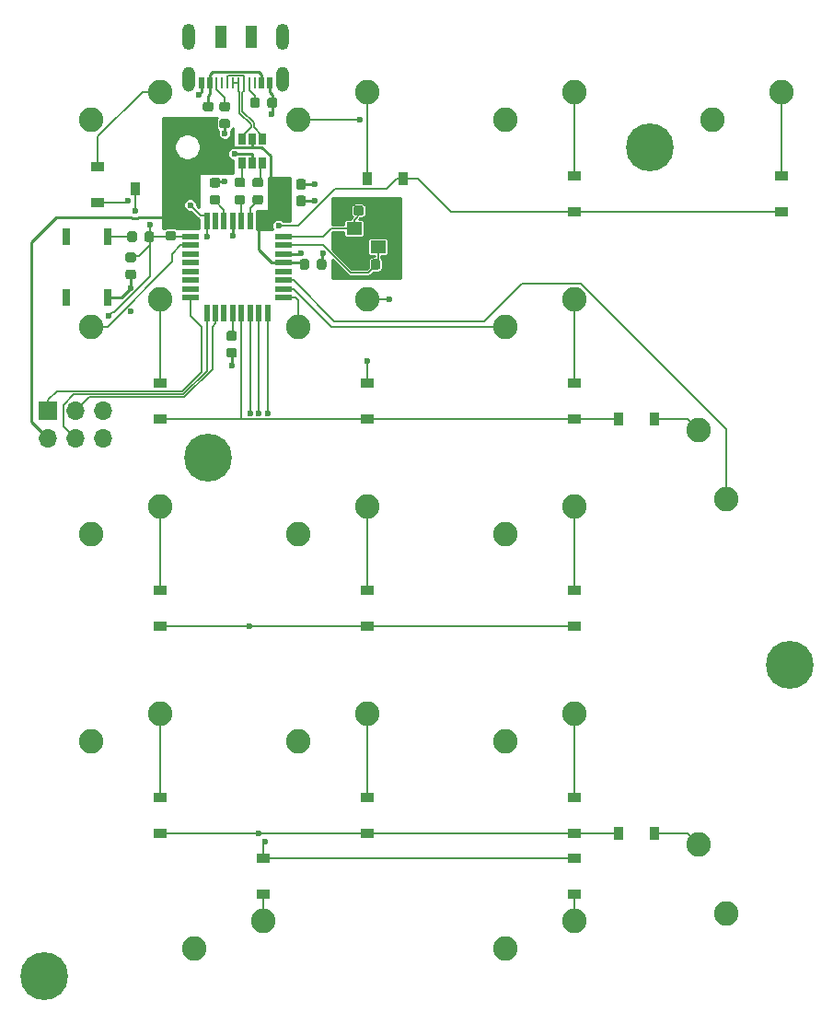
<source format=gbl>
G04 #@! TF.GenerationSoftware,KiCad,Pcbnew,(5.1.4-0-10_14)*
G04 #@! TF.CreationDate,2020-10-24T19:39:48+11:00*
G04 #@! TF.ProjectId,Numpad,4e756d70-6164-42e6-9b69-6361645f7063,rev?*
G04 #@! TF.SameCoordinates,Original*
G04 #@! TF.FileFunction,Copper,L2,Bot*
G04 #@! TF.FilePolarity,Positive*
%FSLAX46Y46*%
G04 Gerber Fmt 4.6, Leading zero omitted, Abs format (unit mm)*
G04 Created by KiCad (PCBNEW (5.1.4-0-10_14)) date 2020-10-24 19:39:48*
%MOMM*%
%LPD*%
G04 APERTURE LIST*
%ADD10C,4.400000*%
%ADD11O,1.200000X2.400000*%
%ADD12O,1.158000X2.316000*%
%ADD13R,1.000000X2.000000*%
%ADD14R,0.270000X1.000000*%
%ADD15R,0.520000X1.000000*%
%ADD16C,0.100000*%
%ADD17C,0.875000*%
%ADD18R,0.650000X1.060000*%
%ADD19R,1.400000X1.200000*%
%ADD20R,1.200000X0.900000*%
%ADD21R,0.762000X1.524000*%
%ADD22O,1.700000X1.700000*%
%ADD23R,1.700000X1.700000*%
%ADD24R,0.900000X1.200000*%
%ADD25C,2.250000*%
%ADD26R,0.550000X1.600000*%
%ADD27R,1.600000X0.550000*%
%ADD28C,0.600000*%
%ADD29C,0.254000*%
%ADD30C,0.127000*%
G04 APERTURE END LIST*
D10*
X152527000Y-101600000D03*
X83947000Y-130175000D03*
X139700000Y-53975000D03*
X99060000Y-82550000D03*
D11*
X105920000Y-43890000D03*
X97280000Y-43890000D03*
D12*
X105920000Y-47715000D03*
X97280000Y-47715000D03*
D13*
X103000000Y-43890000D03*
X100200000Y-43890000D03*
D14*
X102850000Y-48090000D03*
X102350000Y-48090000D03*
X101850000Y-48090000D03*
X101350000Y-48090000D03*
X100850000Y-48090000D03*
X100350000Y-48090000D03*
X103350000Y-48090000D03*
X99850000Y-48090000D03*
D15*
X103950000Y-48090000D03*
X99250000Y-48090000D03*
X104700000Y-48090000D03*
X98500000Y-48090000D03*
D16*
G36*
X92312691Y-61756053D02*
G01*
X92333926Y-61759203D01*
X92354750Y-61764419D01*
X92374962Y-61771651D01*
X92394368Y-61780830D01*
X92412781Y-61791866D01*
X92430024Y-61804654D01*
X92445930Y-61819070D01*
X92460346Y-61834976D01*
X92473134Y-61852219D01*
X92484170Y-61870632D01*
X92493349Y-61890038D01*
X92500581Y-61910250D01*
X92505797Y-61931074D01*
X92508947Y-61952309D01*
X92510000Y-61973750D01*
X92510000Y-62486250D01*
X92508947Y-62507691D01*
X92505797Y-62528926D01*
X92500581Y-62549750D01*
X92493349Y-62569962D01*
X92484170Y-62589368D01*
X92473134Y-62607781D01*
X92460346Y-62625024D01*
X92445930Y-62640930D01*
X92430024Y-62655346D01*
X92412781Y-62668134D01*
X92394368Y-62679170D01*
X92374962Y-62688349D01*
X92354750Y-62695581D01*
X92333926Y-62700797D01*
X92312691Y-62703947D01*
X92291250Y-62705000D01*
X91853750Y-62705000D01*
X91832309Y-62703947D01*
X91811074Y-62700797D01*
X91790250Y-62695581D01*
X91770038Y-62688349D01*
X91750632Y-62679170D01*
X91732219Y-62668134D01*
X91714976Y-62655346D01*
X91699070Y-62640930D01*
X91684654Y-62625024D01*
X91671866Y-62607781D01*
X91660830Y-62589368D01*
X91651651Y-62569962D01*
X91644419Y-62549750D01*
X91639203Y-62528926D01*
X91636053Y-62507691D01*
X91635000Y-62486250D01*
X91635000Y-61973750D01*
X91636053Y-61952309D01*
X91639203Y-61931074D01*
X91644419Y-61910250D01*
X91651651Y-61890038D01*
X91660830Y-61870632D01*
X91671866Y-61852219D01*
X91684654Y-61834976D01*
X91699070Y-61819070D01*
X91714976Y-61804654D01*
X91732219Y-61791866D01*
X91750632Y-61780830D01*
X91770038Y-61771651D01*
X91790250Y-61764419D01*
X91811074Y-61759203D01*
X91832309Y-61756053D01*
X91853750Y-61755000D01*
X92291250Y-61755000D01*
X92312691Y-61756053D01*
X92312691Y-61756053D01*
G37*
D17*
X92072500Y-62230000D03*
D16*
G36*
X93887691Y-61756053D02*
G01*
X93908926Y-61759203D01*
X93929750Y-61764419D01*
X93949962Y-61771651D01*
X93969368Y-61780830D01*
X93987781Y-61791866D01*
X94005024Y-61804654D01*
X94020930Y-61819070D01*
X94035346Y-61834976D01*
X94048134Y-61852219D01*
X94059170Y-61870632D01*
X94068349Y-61890038D01*
X94075581Y-61910250D01*
X94080797Y-61931074D01*
X94083947Y-61952309D01*
X94085000Y-61973750D01*
X94085000Y-62486250D01*
X94083947Y-62507691D01*
X94080797Y-62528926D01*
X94075581Y-62549750D01*
X94068349Y-62569962D01*
X94059170Y-62589368D01*
X94048134Y-62607781D01*
X94035346Y-62625024D01*
X94020930Y-62640930D01*
X94005024Y-62655346D01*
X93987781Y-62668134D01*
X93969368Y-62679170D01*
X93949962Y-62688349D01*
X93929750Y-62695581D01*
X93908926Y-62700797D01*
X93887691Y-62703947D01*
X93866250Y-62705000D01*
X93428750Y-62705000D01*
X93407309Y-62703947D01*
X93386074Y-62700797D01*
X93365250Y-62695581D01*
X93345038Y-62688349D01*
X93325632Y-62679170D01*
X93307219Y-62668134D01*
X93289976Y-62655346D01*
X93274070Y-62640930D01*
X93259654Y-62625024D01*
X93246866Y-62607781D01*
X93235830Y-62589368D01*
X93226651Y-62569962D01*
X93219419Y-62549750D01*
X93214203Y-62528926D01*
X93211053Y-62507691D01*
X93210000Y-62486250D01*
X93210000Y-61973750D01*
X93211053Y-61952309D01*
X93214203Y-61931074D01*
X93219419Y-61910250D01*
X93226651Y-61890038D01*
X93235830Y-61870632D01*
X93246866Y-61852219D01*
X93259654Y-61834976D01*
X93274070Y-61819070D01*
X93289976Y-61804654D01*
X93307219Y-61791866D01*
X93325632Y-61780830D01*
X93345038Y-61771651D01*
X93365250Y-61764419D01*
X93386074Y-61759203D01*
X93407309Y-61756053D01*
X93428750Y-61755000D01*
X93866250Y-61755000D01*
X93887691Y-61756053D01*
X93887691Y-61756053D01*
G37*
D17*
X93647500Y-62230000D03*
D16*
G36*
X101496691Y-70898053D02*
G01*
X101517926Y-70901203D01*
X101538750Y-70906419D01*
X101558962Y-70913651D01*
X101578368Y-70922830D01*
X101596781Y-70933866D01*
X101614024Y-70946654D01*
X101629930Y-70961070D01*
X101644346Y-70976976D01*
X101657134Y-70994219D01*
X101668170Y-71012632D01*
X101677349Y-71032038D01*
X101684581Y-71052250D01*
X101689797Y-71073074D01*
X101692947Y-71094309D01*
X101694000Y-71115750D01*
X101694000Y-71553250D01*
X101692947Y-71574691D01*
X101689797Y-71595926D01*
X101684581Y-71616750D01*
X101677349Y-71636962D01*
X101668170Y-71656368D01*
X101657134Y-71674781D01*
X101644346Y-71692024D01*
X101629930Y-71707930D01*
X101614024Y-71722346D01*
X101596781Y-71735134D01*
X101578368Y-71746170D01*
X101558962Y-71755349D01*
X101538750Y-71762581D01*
X101517926Y-71767797D01*
X101496691Y-71770947D01*
X101475250Y-71772000D01*
X100962750Y-71772000D01*
X100941309Y-71770947D01*
X100920074Y-71767797D01*
X100899250Y-71762581D01*
X100879038Y-71755349D01*
X100859632Y-71746170D01*
X100841219Y-71735134D01*
X100823976Y-71722346D01*
X100808070Y-71707930D01*
X100793654Y-71692024D01*
X100780866Y-71674781D01*
X100769830Y-71656368D01*
X100760651Y-71636962D01*
X100753419Y-71616750D01*
X100748203Y-71595926D01*
X100745053Y-71574691D01*
X100744000Y-71553250D01*
X100744000Y-71115750D01*
X100745053Y-71094309D01*
X100748203Y-71073074D01*
X100753419Y-71052250D01*
X100760651Y-71032038D01*
X100769830Y-71012632D01*
X100780866Y-70994219D01*
X100793654Y-70976976D01*
X100808070Y-70961070D01*
X100823976Y-70946654D01*
X100841219Y-70933866D01*
X100859632Y-70922830D01*
X100879038Y-70913651D01*
X100899250Y-70906419D01*
X100920074Y-70901203D01*
X100941309Y-70898053D01*
X100962750Y-70897000D01*
X101475250Y-70897000D01*
X101496691Y-70898053D01*
X101496691Y-70898053D01*
G37*
D17*
X101219000Y-71334500D03*
D16*
G36*
X101496691Y-72473053D02*
G01*
X101517926Y-72476203D01*
X101538750Y-72481419D01*
X101558962Y-72488651D01*
X101578368Y-72497830D01*
X101596781Y-72508866D01*
X101614024Y-72521654D01*
X101629930Y-72536070D01*
X101644346Y-72551976D01*
X101657134Y-72569219D01*
X101668170Y-72587632D01*
X101677349Y-72607038D01*
X101684581Y-72627250D01*
X101689797Y-72648074D01*
X101692947Y-72669309D01*
X101694000Y-72690750D01*
X101694000Y-73128250D01*
X101692947Y-73149691D01*
X101689797Y-73170926D01*
X101684581Y-73191750D01*
X101677349Y-73211962D01*
X101668170Y-73231368D01*
X101657134Y-73249781D01*
X101644346Y-73267024D01*
X101629930Y-73282930D01*
X101614024Y-73297346D01*
X101596781Y-73310134D01*
X101578368Y-73321170D01*
X101558962Y-73330349D01*
X101538750Y-73337581D01*
X101517926Y-73342797D01*
X101496691Y-73345947D01*
X101475250Y-73347000D01*
X100962750Y-73347000D01*
X100941309Y-73345947D01*
X100920074Y-73342797D01*
X100899250Y-73337581D01*
X100879038Y-73330349D01*
X100859632Y-73321170D01*
X100841219Y-73310134D01*
X100823976Y-73297346D01*
X100808070Y-73282930D01*
X100793654Y-73267024D01*
X100780866Y-73249781D01*
X100769830Y-73231368D01*
X100760651Y-73211962D01*
X100753419Y-73191750D01*
X100748203Y-73170926D01*
X100745053Y-73149691D01*
X100744000Y-73128250D01*
X100744000Y-72690750D01*
X100745053Y-72669309D01*
X100748203Y-72648074D01*
X100753419Y-72627250D01*
X100760651Y-72607038D01*
X100769830Y-72587632D01*
X100780866Y-72569219D01*
X100793654Y-72551976D01*
X100808070Y-72536070D01*
X100823976Y-72521654D01*
X100841219Y-72508866D01*
X100859632Y-72497830D01*
X100879038Y-72488651D01*
X100899250Y-72481419D01*
X100920074Y-72476203D01*
X100941309Y-72473053D01*
X100962750Y-72472000D01*
X101475250Y-72472000D01*
X101496691Y-72473053D01*
X101496691Y-72473053D01*
G37*
D17*
X101219000Y-72909500D03*
D16*
G36*
X103909691Y-56815053D02*
G01*
X103930926Y-56818203D01*
X103951750Y-56823419D01*
X103971962Y-56830651D01*
X103991368Y-56839830D01*
X104009781Y-56850866D01*
X104027024Y-56863654D01*
X104042930Y-56878070D01*
X104057346Y-56893976D01*
X104070134Y-56911219D01*
X104081170Y-56929632D01*
X104090349Y-56949038D01*
X104097581Y-56969250D01*
X104102797Y-56990074D01*
X104105947Y-57011309D01*
X104107000Y-57032750D01*
X104107000Y-57470250D01*
X104105947Y-57491691D01*
X104102797Y-57512926D01*
X104097581Y-57533750D01*
X104090349Y-57553962D01*
X104081170Y-57573368D01*
X104070134Y-57591781D01*
X104057346Y-57609024D01*
X104042930Y-57624930D01*
X104027024Y-57639346D01*
X104009781Y-57652134D01*
X103991368Y-57663170D01*
X103971962Y-57672349D01*
X103951750Y-57679581D01*
X103930926Y-57684797D01*
X103909691Y-57687947D01*
X103888250Y-57689000D01*
X103375750Y-57689000D01*
X103354309Y-57687947D01*
X103333074Y-57684797D01*
X103312250Y-57679581D01*
X103292038Y-57672349D01*
X103272632Y-57663170D01*
X103254219Y-57652134D01*
X103236976Y-57639346D01*
X103221070Y-57624930D01*
X103206654Y-57609024D01*
X103193866Y-57591781D01*
X103182830Y-57573368D01*
X103173651Y-57553962D01*
X103166419Y-57533750D01*
X103161203Y-57512926D01*
X103158053Y-57491691D01*
X103157000Y-57470250D01*
X103157000Y-57032750D01*
X103158053Y-57011309D01*
X103161203Y-56990074D01*
X103166419Y-56969250D01*
X103173651Y-56949038D01*
X103182830Y-56929632D01*
X103193866Y-56911219D01*
X103206654Y-56893976D01*
X103221070Y-56878070D01*
X103236976Y-56863654D01*
X103254219Y-56850866D01*
X103272632Y-56839830D01*
X103292038Y-56830651D01*
X103312250Y-56823419D01*
X103333074Y-56818203D01*
X103354309Y-56815053D01*
X103375750Y-56814000D01*
X103888250Y-56814000D01*
X103909691Y-56815053D01*
X103909691Y-56815053D01*
G37*
D17*
X103632000Y-57251500D03*
D16*
G36*
X103909691Y-58390053D02*
G01*
X103930926Y-58393203D01*
X103951750Y-58398419D01*
X103971962Y-58405651D01*
X103991368Y-58414830D01*
X104009781Y-58425866D01*
X104027024Y-58438654D01*
X104042930Y-58453070D01*
X104057346Y-58468976D01*
X104070134Y-58486219D01*
X104081170Y-58504632D01*
X104090349Y-58524038D01*
X104097581Y-58544250D01*
X104102797Y-58565074D01*
X104105947Y-58586309D01*
X104107000Y-58607750D01*
X104107000Y-59045250D01*
X104105947Y-59066691D01*
X104102797Y-59087926D01*
X104097581Y-59108750D01*
X104090349Y-59128962D01*
X104081170Y-59148368D01*
X104070134Y-59166781D01*
X104057346Y-59184024D01*
X104042930Y-59199930D01*
X104027024Y-59214346D01*
X104009781Y-59227134D01*
X103991368Y-59238170D01*
X103971962Y-59247349D01*
X103951750Y-59254581D01*
X103930926Y-59259797D01*
X103909691Y-59262947D01*
X103888250Y-59264000D01*
X103375750Y-59264000D01*
X103354309Y-59262947D01*
X103333074Y-59259797D01*
X103312250Y-59254581D01*
X103292038Y-59247349D01*
X103272632Y-59238170D01*
X103254219Y-59227134D01*
X103236976Y-59214346D01*
X103221070Y-59199930D01*
X103206654Y-59184024D01*
X103193866Y-59166781D01*
X103182830Y-59148368D01*
X103173651Y-59128962D01*
X103166419Y-59108750D01*
X103161203Y-59087926D01*
X103158053Y-59066691D01*
X103157000Y-59045250D01*
X103157000Y-58607750D01*
X103158053Y-58586309D01*
X103161203Y-58565074D01*
X103166419Y-58544250D01*
X103173651Y-58524038D01*
X103182830Y-58504632D01*
X103193866Y-58486219D01*
X103206654Y-58468976D01*
X103221070Y-58453070D01*
X103236976Y-58438654D01*
X103254219Y-58425866D01*
X103272632Y-58414830D01*
X103292038Y-58405651D01*
X103312250Y-58398419D01*
X103333074Y-58393203D01*
X103354309Y-58390053D01*
X103375750Y-58389000D01*
X103888250Y-58389000D01*
X103909691Y-58390053D01*
X103909691Y-58390053D01*
G37*
D17*
X103632000Y-58826500D03*
D16*
G36*
X102258691Y-56815053D02*
G01*
X102279926Y-56818203D01*
X102300750Y-56823419D01*
X102320962Y-56830651D01*
X102340368Y-56839830D01*
X102358781Y-56850866D01*
X102376024Y-56863654D01*
X102391930Y-56878070D01*
X102406346Y-56893976D01*
X102419134Y-56911219D01*
X102430170Y-56929632D01*
X102439349Y-56949038D01*
X102446581Y-56969250D01*
X102451797Y-56990074D01*
X102454947Y-57011309D01*
X102456000Y-57032750D01*
X102456000Y-57470250D01*
X102454947Y-57491691D01*
X102451797Y-57512926D01*
X102446581Y-57533750D01*
X102439349Y-57553962D01*
X102430170Y-57573368D01*
X102419134Y-57591781D01*
X102406346Y-57609024D01*
X102391930Y-57624930D01*
X102376024Y-57639346D01*
X102358781Y-57652134D01*
X102340368Y-57663170D01*
X102320962Y-57672349D01*
X102300750Y-57679581D01*
X102279926Y-57684797D01*
X102258691Y-57687947D01*
X102237250Y-57689000D01*
X101724750Y-57689000D01*
X101703309Y-57687947D01*
X101682074Y-57684797D01*
X101661250Y-57679581D01*
X101641038Y-57672349D01*
X101621632Y-57663170D01*
X101603219Y-57652134D01*
X101585976Y-57639346D01*
X101570070Y-57624930D01*
X101555654Y-57609024D01*
X101542866Y-57591781D01*
X101531830Y-57573368D01*
X101522651Y-57553962D01*
X101515419Y-57533750D01*
X101510203Y-57512926D01*
X101507053Y-57491691D01*
X101506000Y-57470250D01*
X101506000Y-57032750D01*
X101507053Y-57011309D01*
X101510203Y-56990074D01*
X101515419Y-56969250D01*
X101522651Y-56949038D01*
X101531830Y-56929632D01*
X101542866Y-56911219D01*
X101555654Y-56893976D01*
X101570070Y-56878070D01*
X101585976Y-56863654D01*
X101603219Y-56850866D01*
X101621632Y-56839830D01*
X101641038Y-56830651D01*
X101661250Y-56823419D01*
X101682074Y-56818203D01*
X101703309Y-56815053D01*
X101724750Y-56814000D01*
X102237250Y-56814000D01*
X102258691Y-56815053D01*
X102258691Y-56815053D01*
G37*
D17*
X101981000Y-57251500D03*
D16*
G36*
X102258691Y-58390053D02*
G01*
X102279926Y-58393203D01*
X102300750Y-58398419D01*
X102320962Y-58405651D01*
X102340368Y-58414830D01*
X102358781Y-58425866D01*
X102376024Y-58438654D01*
X102391930Y-58453070D01*
X102406346Y-58468976D01*
X102419134Y-58486219D01*
X102430170Y-58504632D01*
X102439349Y-58524038D01*
X102446581Y-58544250D01*
X102451797Y-58565074D01*
X102454947Y-58586309D01*
X102456000Y-58607750D01*
X102456000Y-59045250D01*
X102454947Y-59066691D01*
X102451797Y-59087926D01*
X102446581Y-59108750D01*
X102439349Y-59128962D01*
X102430170Y-59148368D01*
X102419134Y-59166781D01*
X102406346Y-59184024D01*
X102391930Y-59199930D01*
X102376024Y-59214346D01*
X102358781Y-59227134D01*
X102340368Y-59238170D01*
X102320962Y-59247349D01*
X102300750Y-59254581D01*
X102279926Y-59259797D01*
X102258691Y-59262947D01*
X102237250Y-59264000D01*
X101724750Y-59264000D01*
X101703309Y-59262947D01*
X101682074Y-59259797D01*
X101661250Y-59254581D01*
X101641038Y-59247349D01*
X101621632Y-59238170D01*
X101603219Y-59227134D01*
X101585976Y-59214346D01*
X101570070Y-59199930D01*
X101555654Y-59184024D01*
X101542866Y-59166781D01*
X101531830Y-59148368D01*
X101522651Y-59128962D01*
X101515419Y-59108750D01*
X101510203Y-59087926D01*
X101507053Y-59066691D01*
X101506000Y-59045250D01*
X101506000Y-58607750D01*
X101507053Y-58586309D01*
X101510203Y-58565074D01*
X101515419Y-58544250D01*
X101522651Y-58524038D01*
X101531830Y-58504632D01*
X101542866Y-58486219D01*
X101555654Y-58468976D01*
X101570070Y-58453070D01*
X101585976Y-58438654D01*
X101603219Y-58425866D01*
X101621632Y-58414830D01*
X101641038Y-58405651D01*
X101661250Y-58398419D01*
X101682074Y-58393203D01*
X101703309Y-58390053D01*
X101724750Y-58389000D01*
X102237250Y-58389000D01*
X102258691Y-58390053D01*
X102258691Y-58390053D01*
G37*
D17*
X101981000Y-58826500D03*
D16*
G36*
X95908691Y-61692053D02*
G01*
X95929926Y-61695203D01*
X95950750Y-61700419D01*
X95970962Y-61707651D01*
X95990368Y-61716830D01*
X96008781Y-61727866D01*
X96026024Y-61740654D01*
X96041930Y-61755070D01*
X96056346Y-61770976D01*
X96069134Y-61788219D01*
X96080170Y-61806632D01*
X96089349Y-61826038D01*
X96096581Y-61846250D01*
X96101797Y-61867074D01*
X96104947Y-61888309D01*
X96106000Y-61909750D01*
X96106000Y-62347250D01*
X96104947Y-62368691D01*
X96101797Y-62389926D01*
X96096581Y-62410750D01*
X96089349Y-62430962D01*
X96080170Y-62450368D01*
X96069134Y-62468781D01*
X96056346Y-62486024D01*
X96041930Y-62501930D01*
X96026024Y-62516346D01*
X96008781Y-62529134D01*
X95990368Y-62540170D01*
X95970962Y-62549349D01*
X95950750Y-62556581D01*
X95929926Y-62561797D01*
X95908691Y-62564947D01*
X95887250Y-62566000D01*
X95374750Y-62566000D01*
X95353309Y-62564947D01*
X95332074Y-62561797D01*
X95311250Y-62556581D01*
X95291038Y-62549349D01*
X95271632Y-62540170D01*
X95253219Y-62529134D01*
X95235976Y-62516346D01*
X95220070Y-62501930D01*
X95205654Y-62486024D01*
X95192866Y-62468781D01*
X95181830Y-62450368D01*
X95172651Y-62430962D01*
X95165419Y-62410750D01*
X95160203Y-62389926D01*
X95157053Y-62368691D01*
X95156000Y-62347250D01*
X95156000Y-61909750D01*
X95157053Y-61888309D01*
X95160203Y-61867074D01*
X95165419Y-61846250D01*
X95172651Y-61826038D01*
X95181830Y-61806632D01*
X95192866Y-61788219D01*
X95205654Y-61770976D01*
X95220070Y-61755070D01*
X95235976Y-61740654D01*
X95253219Y-61727866D01*
X95271632Y-61716830D01*
X95291038Y-61707651D01*
X95311250Y-61700419D01*
X95332074Y-61695203D01*
X95353309Y-61692053D01*
X95374750Y-61691000D01*
X95887250Y-61691000D01*
X95908691Y-61692053D01*
X95908691Y-61692053D01*
G37*
D17*
X95631000Y-62128500D03*
D16*
G36*
X95908691Y-60117053D02*
G01*
X95929926Y-60120203D01*
X95950750Y-60125419D01*
X95970962Y-60132651D01*
X95990368Y-60141830D01*
X96008781Y-60152866D01*
X96026024Y-60165654D01*
X96041930Y-60180070D01*
X96056346Y-60195976D01*
X96069134Y-60213219D01*
X96080170Y-60231632D01*
X96089349Y-60251038D01*
X96096581Y-60271250D01*
X96101797Y-60292074D01*
X96104947Y-60313309D01*
X96106000Y-60334750D01*
X96106000Y-60772250D01*
X96104947Y-60793691D01*
X96101797Y-60814926D01*
X96096581Y-60835750D01*
X96089349Y-60855962D01*
X96080170Y-60875368D01*
X96069134Y-60893781D01*
X96056346Y-60911024D01*
X96041930Y-60926930D01*
X96026024Y-60941346D01*
X96008781Y-60954134D01*
X95990368Y-60965170D01*
X95970962Y-60974349D01*
X95950750Y-60981581D01*
X95929926Y-60986797D01*
X95908691Y-60989947D01*
X95887250Y-60991000D01*
X95374750Y-60991000D01*
X95353309Y-60989947D01*
X95332074Y-60986797D01*
X95311250Y-60981581D01*
X95291038Y-60974349D01*
X95271632Y-60965170D01*
X95253219Y-60954134D01*
X95235976Y-60941346D01*
X95220070Y-60926930D01*
X95205654Y-60911024D01*
X95192866Y-60893781D01*
X95181830Y-60875368D01*
X95172651Y-60855962D01*
X95165419Y-60835750D01*
X95160203Y-60814926D01*
X95157053Y-60793691D01*
X95156000Y-60772250D01*
X95156000Y-60334750D01*
X95157053Y-60313309D01*
X95160203Y-60292074D01*
X95165419Y-60271250D01*
X95172651Y-60251038D01*
X95181830Y-60231632D01*
X95192866Y-60213219D01*
X95205654Y-60195976D01*
X95220070Y-60180070D01*
X95235976Y-60165654D01*
X95253219Y-60152866D01*
X95271632Y-60141830D01*
X95291038Y-60132651D01*
X95311250Y-60125419D01*
X95332074Y-60120203D01*
X95353309Y-60117053D01*
X95374750Y-60116000D01*
X95887250Y-60116000D01*
X95908691Y-60117053D01*
X95908691Y-60117053D01*
G37*
D17*
X95631000Y-60553500D03*
D16*
G36*
X100861691Y-51405053D02*
G01*
X100882926Y-51408203D01*
X100903750Y-51413419D01*
X100923962Y-51420651D01*
X100943368Y-51429830D01*
X100961781Y-51440866D01*
X100979024Y-51453654D01*
X100994930Y-51468070D01*
X101009346Y-51483976D01*
X101022134Y-51501219D01*
X101033170Y-51519632D01*
X101042349Y-51539038D01*
X101049581Y-51559250D01*
X101054797Y-51580074D01*
X101057947Y-51601309D01*
X101059000Y-51622750D01*
X101059000Y-52060250D01*
X101057947Y-52081691D01*
X101054797Y-52102926D01*
X101049581Y-52123750D01*
X101042349Y-52143962D01*
X101033170Y-52163368D01*
X101022134Y-52181781D01*
X101009346Y-52199024D01*
X100994930Y-52214930D01*
X100979024Y-52229346D01*
X100961781Y-52242134D01*
X100943368Y-52253170D01*
X100923962Y-52262349D01*
X100903750Y-52269581D01*
X100882926Y-52274797D01*
X100861691Y-52277947D01*
X100840250Y-52279000D01*
X100327750Y-52279000D01*
X100306309Y-52277947D01*
X100285074Y-52274797D01*
X100264250Y-52269581D01*
X100244038Y-52262349D01*
X100224632Y-52253170D01*
X100206219Y-52242134D01*
X100188976Y-52229346D01*
X100173070Y-52214930D01*
X100158654Y-52199024D01*
X100145866Y-52181781D01*
X100134830Y-52163368D01*
X100125651Y-52143962D01*
X100118419Y-52123750D01*
X100113203Y-52102926D01*
X100110053Y-52081691D01*
X100109000Y-52060250D01*
X100109000Y-51622750D01*
X100110053Y-51601309D01*
X100113203Y-51580074D01*
X100118419Y-51559250D01*
X100125651Y-51539038D01*
X100134830Y-51519632D01*
X100145866Y-51501219D01*
X100158654Y-51483976D01*
X100173070Y-51468070D01*
X100188976Y-51453654D01*
X100206219Y-51440866D01*
X100224632Y-51429830D01*
X100244038Y-51420651D01*
X100264250Y-51413419D01*
X100285074Y-51408203D01*
X100306309Y-51405053D01*
X100327750Y-51404000D01*
X100840250Y-51404000D01*
X100861691Y-51405053D01*
X100861691Y-51405053D01*
G37*
D17*
X100584000Y-51841500D03*
D16*
G36*
X100861691Y-49830053D02*
G01*
X100882926Y-49833203D01*
X100903750Y-49838419D01*
X100923962Y-49845651D01*
X100943368Y-49854830D01*
X100961781Y-49865866D01*
X100979024Y-49878654D01*
X100994930Y-49893070D01*
X101009346Y-49908976D01*
X101022134Y-49926219D01*
X101033170Y-49944632D01*
X101042349Y-49964038D01*
X101049581Y-49984250D01*
X101054797Y-50005074D01*
X101057947Y-50026309D01*
X101059000Y-50047750D01*
X101059000Y-50485250D01*
X101057947Y-50506691D01*
X101054797Y-50527926D01*
X101049581Y-50548750D01*
X101042349Y-50568962D01*
X101033170Y-50588368D01*
X101022134Y-50606781D01*
X101009346Y-50624024D01*
X100994930Y-50639930D01*
X100979024Y-50654346D01*
X100961781Y-50667134D01*
X100943368Y-50678170D01*
X100923962Y-50687349D01*
X100903750Y-50694581D01*
X100882926Y-50699797D01*
X100861691Y-50702947D01*
X100840250Y-50704000D01*
X100327750Y-50704000D01*
X100306309Y-50702947D01*
X100285074Y-50699797D01*
X100264250Y-50694581D01*
X100244038Y-50687349D01*
X100224632Y-50678170D01*
X100206219Y-50667134D01*
X100188976Y-50654346D01*
X100173070Y-50639930D01*
X100158654Y-50624024D01*
X100145866Y-50606781D01*
X100134830Y-50588368D01*
X100125651Y-50568962D01*
X100118419Y-50548750D01*
X100113203Y-50527926D01*
X100110053Y-50506691D01*
X100109000Y-50485250D01*
X100109000Y-50047750D01*
X100110053Y-50026309D01*
X100113203Y-50005074D01*
X100118419Y-49984250D01*
X100125651Y-49964038D01*
X100134830Y-49944632D01*
X100145866Y-49926219D01*
X100158654Y-49908976D01*
X100173070Y-49893070D01*
X100188976Y-49878654D01*
X100206219Y-49865866D01*
X100224632Y-49854830D01*
X100244038Y-49845651D01*
X100264250Y-49838419D01*
X100285074Y-49833203D01*
X100306309Y-49830053D01*
X100327750Y-49829000D01*
X100840250Y-49829000D01*
X100861691Y-49830053D01*
X100861691Y-49830053D01*
G37*
D17*
X100584000Y-50266500D03*
D16*
G36*
X105193191Y-49437053D02*
G01*
X105214426Y-49440203D01*
X105235250Y-49445419D01*
X105255462Y-49452651D01*
X105274868Y-49461830D01*
X105293281Y-49472866D01*
X105310524Y-49485654D01*
X105326430Y-49500070D01*
X105340846Y-49515976D01*
X105353634Y-49533219D01*
X105364670Y-49551632D01*
X105373849Y-49571038D01*
X105381081Y-49591250D01*
X105386297Y-49612074D01*
X105389447Y-49633309D01*
X105390500Y-49654750D01*
X105390500Y-50167250D01*
X105389447Y-50188691D01*
X105386297Y-50209926D01*
X105381081Y-50230750D01*
X105373849Y-50250962D01*
X105364670Y-50270368D01*
X105353634Y-50288781D01*
X105340846Y-50306024D01*
X105326430Y-50321930D01*
X105310524Y-50336346D01*
X105293281Y-50349134D01*
X105274868Y-50360170D01*
X105255462Y-50369349D01*
X105235250Y-50376581D01*
X105214426Y-50381797D01*
X105193191Y-50384947D01*
X105171750Y-50386000D01*
X104734250Y-50386000D01*
X104712809Y-50384947D01*
X104691574Y-50381797D01*
X104670750Y-50376581D01*
X104650538Y-50369349D01*
X104631132Y-50360170D01*
X104612719Y-50349134D01*
X104595476Y-50336346D01*
X104579570Y-50321930D01*
X104565154Y-50306024D01*
X104552366Y-50288781D01*
X104541330Y-50270368D01*
X104532151Y-50250962D01*
X104524919Y-50230750D01*
X104519703Y-50209926D01*
X104516553Y-50188691D01*
X104515500Y-50167250D01*
X104515500Y-49654750D01*
X104516553Y-49633309D01*
X104519703Y-49612074D01*
X104524919Y-49591250D01*
X104532151Y-49571038D01*
X104541330Y-49551632D01*
X104552366Y-49533219D01*
X104565154Y-49515976D01*
X104579570Y-49500070D01*
X104595476Y-49485654D01*
X104612719Y-49472866D01*
X104631132Y-49461830D01*
X104650538Y-49452651D01*
X104670750Y-49445419D01*
X104691574Y-49440203D01*
X104712809Y-49437053D01*
X104734250Y-49436000D01*
X105171750Y-49436000D01*
X105193191Y-49437053D01*
X105193191Y-49437053D01*
G37*
D17*
X104953000Y-49911000D03*
D16*
G36*
X103618191Y-49437053D02*
G01*
X103639426Y-49440203D01*
X103660250Y-49445419D01*
X103680462Y-49452651D01*
X103699868Y-49461830D01*
X103718281Y-49472866D01*
X103735524Y-49485654D01*
X103751430Y-49500070D01*
X103765846Y-49515976D01*
X103778634Y-49533219D01*
X103789670Y-49551632D01*
X103798849Y-49571038D01*
X103806081Y-49591250D01*
X103811297Y-49612074D01*
X103814447Y-49633309D01*
X103815500Y-49654750D01*
X103815500Y-50167250D01*
X103814447Y-50188691D01*
X103811297Y-50209926D01*
X103806081Y-50230750D01*
X103798849Y-50250962D01*
X103789670Y-50270368D01*
X103778634Y-50288781D01*
X103765846Y-50306024D01*
X103751430Y-50321930D01*
X103735524Y-50336346D01*
X103718281Y-50349134D01*
X103699868Y-50360170D01*
X103680462Y-50369349D01*
X103660250Y-50376581D01*
X103639426Y-50381797D01*
X103618191Y-50384947D01*
X103596750Y-50386000D01*
X103159250Y-50386000D01*
X103137809Y-50384947D01*
X103116574Y-50381797D01*
X103095750Y-50376581D01*
X103075538Y-50369349D01*
X103056132Y-50360170D01*
X103037719Y-50349134D01*
X103020476Y-50336346D01*
X103004570Y-50321930D01*
X102990154Y-50306024D01*
X102977366Y-50288781D01*
X102966330Y-50270368D01*
X102957151Y-50250962D01*
X102949919Y-50230750D01*
X102944703Y-50209926D01*
X102941553Y-50188691D01*
X102940500Y-50167250D01*
X102940500Y-49654750D01*
X102941553Y-49633309D01*
X102944703Y-49612074D01*
X102949919Y-49591250D01*
X102957151Y-49571038D01*
X102966330Y-49551632D01*
X102977366Y-49533219D01*
X102990154Y-49515976D01*
X103004570Y-49500070D01*
X103020476Y-49485654D01*
X103037719Y-49472866D01*
X103056132Y-49461830D01*
X103075538Y-49452651D01*
X103095750Y-49445419D01*
X103116574Y-49440203D01*
X103137809Y-49437053D01*
X103159250Y-49436000D01*
X103596750Y-49436000D01*
X103618191Y-49437053D01*
X103618191Y-49437053D01*
G37*
D17*
X103378000Y-49911000D03*
D16*
G36*
X99337691Y-49830053D02*
G01*
X99358926Y-49833203D01*
X99379750Y-49838419D01*
X99399962Y-49845651D01*
X99419368Y-49854830D01*
X99437781Y-49865866D01*
X99455024Y-49878654D01*
X99470930Y-49893070D01*
X99485346Y-49908976D01*
X99498134Y-49926219D01*
X99509170Y-49944632D01*
X99518349Y-49964038D01*
X99525581Y-49984250D01*
X99530797Y-50005074D01*
X99533947Y-50026309D01*
X99535000Y-50047750D01*
X99535000Y-50485250D01*
X99533947Y-50506691D01*
X99530797Y-50527926D01*
X99525581Y-50548750D01*
X99518349Y-50568962D01*
X99509170Y-50588368D01*
X99498134Y-50606781D01*
X99485346Y-50624024D01*
X99470930Y-50639930D01*
X99455024Y-50654346D01*
X99437781Y-50667134D01*
X99419368Y-50678170D01*
X99399962Y-50687349D01*
X99379750Y-50694581D01*
X99358926Y-50699797D01*
X99337691Y-50702947D01*
X99316250Y-50704000D01*
X98803750Y-50704000D01*
X98782309Y-50702947D01*
X98761074Y-50699797D01*
X98740250Y-50694581D01*
X98720038Y-50687349D01*
X98700632Y-50678170D01*
X98682219Y-50667134D01*
X98664976Y-50654346D01*
X98649070Y-50639930D01*
X98634654Y-50624024D01*
X98621866Y-50606781D01*
X98610830Y-50588368D01*
X98601651Y-50568962D01*
X98594419Y-50548750D01*
X98589203Y-50527926D01*
X98586053Y-50506691D01*
X98585000Y-50485250D01*
X98585000Y-50047750D01*
X98586053Y-50026309D01*
X98589203Y-50005074D01*
X98594419Y-49984250D01*
X98601651Y-49964038D01*
X98610830Y-49944632D01*
X98621866Y-49926219D01*
X98634654Y-49908976D01*
X98649070Y-49893070D01*
X98664976Y-49878654D01*
X98682219Y-49865866D01*
X98700632Y-49854830D01*
X98720038Y-49845651D01*
X98740250Y-49838419D01*
X98761074Y-49833203D01*
X98782309Y-49830053D01*
X98803750Y-49829000D01*
X99316250Y-49829000D01*
X99337691Y-49830053D01*
X99337691Y-49830053D01*
G37*
D17*
X99060000Y-50266500D03*
D16*
G36*
X99337691Y-51405053D02*
G01*
X99358926Y-51408203D01*
X99379750Y-51413419D01*
X99399962Y-51420651D01*
X99419368Y-51429830D01*
X99437781Y-51440866D01*
X99455024Y-51453654D01*
X99470930Y-51468070D01*
X99485346Y-51483976D01*
X99498134Y-51501219D01*
X99509170Y-51519632D01*
X99518349Y-51539038D01*
X99525581Y-51559250D01*
X99530797Y-51580074D01*
X99533947Y-51601309D01*
X99535000Y-51622750D01*
X99535000Y-52060250D01*
X99533947Y-52081691D01*
X99530797Y-52102926D01*
X99525581Y-52123750D01*
X99518349Y-52143962D01*
X99509170Y-52163368D01*
X99498134Y-52181781D01*
X99485346Y-52199024D01*
X99470930Y-52214930D01*
X99455024Y-52229346D01*
X99437781Y-52242134D01*
X99419368Y-52253170D01*
X99399962Y-52262349D01*
X99379750Y-52269581D01*
X99358926Y-52274797D01*
X99337691Y-52277947D01*
X99316250Y-52279000D01*
X98803750Y-52279000D01*
X98782309Y-52277947D01*
X98761074Y-52274797D01*
X98740250Y-52269581D01*
X98720038Y-52262349D01*
X98700632Y-52253170D01*
X98682219Y-52242134D01*
X98664976Y-52229346D01*
X98649070Y-52214930D01*
X98634654Y-52199024D01*
X98621866Y-52181781D01*
X98610830Y-52163368D01*
X98601651Y-52143962D01*
X98594419Y-52123750D01*
X98589203Y-52102926D01*
X98586053Y-52081691D01*
X98585000Y-52060250D01*
X98585000Y-51622750D01*
X98586053Y-51601309D01*
X98589203Y-51580074D01*
X98594419Y-51559250D01*
X98601651Y-51539038D01*
X98610830Y-51519632D01*
X98621866Y-51501219D01*
X98634654Y-51483976D01*
X98649070Y-51468070D01*
X98664976Y-51453654D01*
X98682219Y-51440866D01*
X98700632Y-51429830D01*
X98720038Y-51420651D01*
X98740250Y-51413419D01*
X98761074Y-51408203D01*
X98782309Y-51405053D01*
X98803750Y-51404000D01*
X99316250Y-51404000D01*
X99337691Y-51405053D01*
X99337691Y-51405053D01*
G37*
D17*
X99060000Y-51841500D03*
D16*
G36*
X92225691Y-65262053D02*
G01*
X92246926Y-65265203D01*
X92267750Y-65270419D01*
X92287962Y-65277651D01*
X92307368Y-65286830D01*
X92325781Y-65297866D01*
X92343024Y-65310654D01*
X92358930Y-65325070D01*
X92373346Y-65340976D01*
X92386134Y-65358219D01*
X92397170Y-65376632D01*
X92406349Y-65396038D01*
X92413581Y-65416250D01*
X92418797Y-65437074D01*
X92421947Y-65458309D01*
X92423000Y-65479750D01*
X92423000Y-65917250D01*
X92421947Y-65938691D01*
X92418797Y-65959926D01*
X92413581Y-65980750D01*
X92406349Y-66000962D01*
X92397170Y-66020368D01*
X92386134Y-66038781D01*
X92373346Y-66056024D01*
X92358930Y-66071930D01*
X92343024Y-66086346D01*
X92325781Y-66099134D01*
X92307368Y-66110170D01*
X92287962Y-66119349D01*
X92267750Y-66126581D01*
X92246926Y-66131797D01*
X92225691Y-66134947D01*
X92204250Y-66136000D01*
X91691750Y-66136000D01*
X91670309Y-66134947D01*
X91649074Y-66131797D01*
X91628250Y-66126581D01*
X91608038Y-66119349D01*
X91588632Y-66110170D01*
X91570219Y-66099134D01*
X91552976Y-66086346D01*
X91537070Y-66071930D01*
X91522654Y-66056024D01*
X91509866Y-66038781D01*
X91498830Y-66020368D01*
X91489651Y-66000962D01*
X91482419Y-65980750D01*
X91477203Y-65959926D01*
X91474053Y-65938691D01*
X91473000Y-65917250D01*
X91473000Y-65479750D01*
X91474053Y-65458309D01*
X91477203Y-65437074D01*
X91482419Y-65416250D01*
X91489651Y-65396038D01*
X91498830Y-65376632D01*
X91509866Y-65358219D01*
X91522654Y-65340976D01*
X91537070Y-65325070D01*
X91552976Y-65310654D01*
X91570219Y-65297866D01*
X91588632Y-65286830D01*
X91608038Y-65277651D01*
X91628250Y-65270419D01*
X91649074Y-65265203D01*
X91670309Y-65262053D01*
X91691750Y-65261000D01*
X92204250Y-65261000D01*
X92225691Y-65262053D01*
X92225691Y-65262053D01*
G37*
D17*
X91948000Y-65698500D03*
D16*
G36*
X92225691Y-63687053D02*
G01*
X92246926Y-63690203D01*
X92267750Y-63695419D01*
X92287962Y-63702651D01*
X92307368Y-63711830D01*
X92325781Y-63722866D01*
X92343024Y-63735654D01*
X92358930Y-63750070D01*
X92373346Y-63765976D01*
X92386134Y-63783219D01*
X92397170Y-63801632D01*
X92406349Y-63821038D01*
X92413581Y-63841250D01*
X92418797Y-63862074D01*
X92421947Y-63883309D01*
X92423000Y-63904750D01*
X92423000Y-64342250D01*
X92421947Y-64363691D01*
X92418797Y-64384926D01*
X92413581Y-64405750D01*
X92406349Y-64425962D01*
X92397170Y-64445368D01*
X92386134Y-64463781D01*
X92373346Y-64481024D01*
X92358930Y-64496930D01*
X92343024Y-64511346D01*
X92325781Y-64524134D01*
X92307368Y-64535170D01*
X92287962Y-64544349D01*
X92267750Y-64551581D01*
X92246926Y-64556797D01*
X92225691Y-64559947D01*
X92204250Y-64561000D01*
X91691750Y-64561000D01*
X91670309Y-64559947D01*
X91649074Y-64556797D01*
X91628250Y-64551581D01*
X91608038Y-64544349D01*
X91588632Y-64535170D01*
X91570219Y-64524134D01*
X91552976Y-64511346D01*
X91537070Y-64496930D01*
X91522654Y-64481024D01*
X91509866Y-64463781D01*
X91498830Y-64445368D01*
X91489651Y-64425962D01*
X91482419Y-64405750D01*
X91477203Y-64384926D01*
X91474053Y-64363691D01*
X91473000Y-64342250D01*
X91473000Y-63904750D01*
X91474053Y-63883309D01*
X91477203Y-63862074D01*
X91482419Y-63841250D01*
X91489651Y-63821038D01*
X91498830Y-63801632D01*
X91509866Y-63783219D01*
X91522654Y-63765976D01*
X91537070Y-63750070D01*
X91552976Y-63735654D01*
X91570219Y-63722866D01*
X91588632Y-63711830D01*
X91608038Y-63702651D01*
X91628250Y-63695419D01*
X91649074Y-63690203D01*
X91670309Y-63687053D01*
X91691750Y-63686000D01*
X92204250Y-63686000D01*
X92225691Y-63687053D01*
X92225691Y-63687053D01*
G37*
D17*
X91948000Y-64123500D03*
D16*
G36*
X99972691Y-56829053D02*
G01*
X99993926Y-56832203D01*
X100014750Y-56837419D01*
X100034962Y-56844651D01*
X100054368Y-56853830D01*
X100072781Y-56864866D01*
X100090024Y-56877654D01*
X100105930Y-56892070D01*
X100120346Y-56907976D01*
X100133134Y-56925219D01*
X100144170Y-56943632D01*
X100153349Y-56963038D01*
X100160581Y-56983250D01*
X100165797Y-57004074D01*
X100168947Y-57025309D01*
X100170000Y-57046750D01*
X100170000Y-57484250D01*
X100168947Y-57505691D01*
X100165797Y-57526926D01*
X100160581Y-57547750D01*
X100153349Y-57567962D01*
X100144170Y-57587368D01*
X100133134Y-57605781D01*
X100120346Y-57623024D01*
X100105930Y-57638930D01*
X100090024Y-57653346D01*
X100072781Y-57666134D01*
X100054368Y-57677170D01*
X100034962Y-57686349D01*
X100014750Y-57693581D01*
X99993926Y-57698797D01*
X99972691Y-57701947D01*
X99951250Y-57703000D01*
X99438750Y-57703000D01*
X99417309Y-57701947D01*
X99396074Y-57698797D01*
X99375250Y-57693581D01*
X99355038Y-57686349D01*
X99335632Y-57677170D01*
X99317219Y-57666134D01*
X99299976Y-57653346D01*
X99284070Y-57638930D01*
X99269654Y-57623024D01*
X99256866Y-57605781D01*
X99245830Y-57587368D01*
X99236651Y-57567962D01*
X99229419Y-57547750D01*
X99224203Y-57526926D01*
X99221053Y-57505691D01*
X99220000Y-57484250D01*
X99220000Y-57046750D01*
X99221053Y-57025309D01*
X99224203Y-57004074D01*
X99229419Y-56983250D01*
X99236651Y-56963038D01*
X99245830Y-56943632D01*
X99256866Y-56925219D01*
X99269654Y-56907976D01*
X99284070Y-56892070D01*
X99299976Y-56877654D01*
X99317219Y-56864866D01*
X99335632Y-56853830D01*
X99355038Y-56844651D01*
X99375250Y-56837419D01*
X99396074Y-56832203D01*
X99417309Y-56829053D01*
X99438750Y-56828000D01*
X99951250Y-56828000D01*
X99972691Y-56829053D01*
X99972691Y-56829053D01*
G37*
D17*
X99695000Y-57265500D03*
D16*
G36*
X99972691Y-58404053D02*
G01*
X99993926Y-58407203D01*
X100014750Y-58412419D01*
X100034962Y-58419651D01*
X100054368Y-58428830D01*
X100072781Y-58439866D01*
X100090024Y-58452654D01*
X100105930Y-58467070D01*
X100120346Y-58482976D01*
X100133134Y-58500219D01*
X100144170Y-58518632D01*
X100153349Y-58538038D01*
X100160581Y-58558250D01*
X100165797Y-58579074D01*
X100168947Y-58600309D01*
X100170000Y-58621750D01*
X100170000Y-59059250D01*
X100168947Y-59080691D01*
X100165797Y-59101926D01*
X100160581Y-59122750D01*
X100153349Y-59142962D01*
X100144170Y-59162368D01*
X100133134Y-59180781D01*
X100120346Y-59198024D01*
X100105930Y-59213930D01*
X100090024Y-59228346D01*
X100072781Y-59241134D01*
X100054368Y-59252170D01*
X100034962Y-59261349D01*
X100014750Y-59268581D01*
X99993926Y-59273797D01*
X99972691Y-59276947D01*
X99951250Y-59278000D01*
X99438750Y-59278000D01*
X99417309Y-59276947D01*
X99396074Y-59273797D01*
X99375250Y-59268581D01*
X99355038Y-59261349D01*
X99335632Y-59252170D01*
X99317219Y-59241134D01*
X99299976Y-59228346D01*
X99284070Y-59213930D01*
X99269654Y-59198024D01*
X99256866Y-59180781D01*
X99245830Y-59162368D01*
X99236651Y-59142962D01*
X99229419Y-59122750D01*
X99224203Y-59101926D01*
X99221053Y-59080691D01*
X99220000Y-59059250D01*
X99220000Y-58621750D01*
X99221053Y-58600309D01*
X99224203Y-58579074D01*
X99229419Y-58558250D01*
X99236651Y-58538038D01*
X99245830Y-58518632D01*
X99256866Y-58500219D01*
X99269654Y-58482976D01*
X99284070Y-58467070D01*
X99299976Y-58452654D01*
X99317219Y-58439866D01*
X99335632Y-58428830D01*
X99355038Y-58419651D01*
X99375250Y-58412419D01*
X99396074Y-58407203D01*
X99417309Y-58404053D01*
X99438750Y-58403000D01*
X99951250Y-58403000D01*
X99972691Y-58404053D01*
X99972691Y-58404053D01*
G37*
D17*
X99695000Y-58840500D03*
D16*
G36*
X113117691Y-64296053D02*
G01*
X113138926Y-64299203D01*
X113159750Y-64304419D01*
X113179962Y-64311651D01*
X113199368Y-64320830D01*
X113217781Y-64331866D01*
X113235024Y-64344654D01*
X113250930Y-64359070D01*
X113265346Y-64374976D01*
X113278134Y-64392219D01*
X113289170Y-64410632D01*
X113298349Y-64430038D01*
X113305581Y-64450250D01*
X113310797Y-64471074D01*
X113313947Y-64492309D01*
X113315000Y-64513750D01*
X113315000Y-65026250D01*
X113313947Y-65047691D01*
X113310797Y-65068926D01*
X113305581Y-65089750D01*
X113298349Y-65109962D01*
X113289170Y-65129368D01*
X113278134Y-65147781D01*
X113265346Y-65165024D01*
X113250930Y-65180930D01*
X113235024Y-65195346D01*
X113217781Y-65208134D01*
X113199368Y-65219170D01*
X113179962Y-65228349D01*
X113159750Y-65235581D01*
X113138926Y-65240797D01*
X113117691Y-65243947D01*
X113096250Y-65245000D01*
X112658750Y-65245000D01*
X112637309Y-65243947D01*
X112616074Y-65240797D01*
X112595250Y-65235581D01*
X112575038Y-65228349D01*
X112555632Y-65219170D01*
X112537219Y-65208134D01*
X112519976Y-65195346D01*
X112504070Y-65180930D01*
X112489654Y-65165024D01*
X112476866Y-65147781D01*
X112465830Y-65129368D01*
X112456651Y-65109962D01*
X112449419Y-65089750D01*
X112444203Y-65068926D01*
X112441053Y-65047691D01*
X112440000Y-65026250D01*
X112440000Y-64513750D01*
X112441053Y-64492309D01*
X112444203Y-64471074D01*
X112449419Y-64450250D01*
X112456651Y-64430038D01*
X112465830Y-64410632D01*
X112476866Y-64392219D01*
X112489654Y-64374976D01*
X112504070Y-64359070D01*
X112519976Y-64344654D01*
X112537219Y-64331866D01*
X112555632Y-64320830D01*
X112575038Y-64311651D01*
X112595250Y-64304419D01*
X112616074Y-64299203D01*
X112637309Y-64296053D01*
X112658750Y-64295000D01*
X113096250Y-64295000D01*
X113117691Y-64296053D01*
X113117691Y-64296053D01*
G37*
D17*
X112877500Y-64770000D03*
D16*
G36*
X114692691Y-64296053D02*
G01*
X114713926Y-64299203D01*
X114734750Y-64304419D01*
X114754962Y-64311651D01*
X114774368Y-64320830D01*
X114792781Y-64331866D01*
X114810024Y-64344654D01*
X114825930Y-64359070D01*
X114840346Y-64374976D01*
X114853134Y-64392219D01*
X114864170Y-64410632D01*
X114873349Y-64430038D01*
X114880581Y-64450250D01*
X114885797Y-64471074D01*
X114888947Y-64492309D01*
X114890000Y-64513750D01*
X114890000Y-65026250D01*
X114888947Y-65047691D01*
X114885797Y-65068926D01*
X114880581Y-65089750D01*
X114873349Y-65109962D01*
X114864170Y-65129368D01*
X114853134Y-65147781D01*
X114840346Y-65165024D01*
X114825930Y-65180930D01*
X114810024Y-65195346D01*
X114792781Y-65208134D01*
X114774368Y-65219170D01*
X114754962Y-65228349D01*
X114734750Y-65235581D01*
X114713926Y-65240797D01*
X114692691Y-65243947D01*
X114671250Y-65245000D01*
X114233750Y-65245000D01*
X114212309Y-65243947D01*
X114191074Y-65240797D01*
X114170250Y-65235581D01*
X114150038Y-65228349D01*
X114130632Y-65219170D01*
X114112219Y-65208134D01*
X114094976Y-65195346D01*
X114079070Y-65180930D01*
X114064654Y-65165024D01*
X114051866Y-65147781D01*
X114040830Y-65129368D01*
X114031651Y-65109962D01*
X114024419Y-65089750D01*
X114019203Y-65068926D01*
X114016053Y-65047691D01*
X114015000Y-65026250D01*
X114015000Y-64513750D01*
X114016053Y-64492309D01*
X114019203Y-64471074D01*
X114024419Y-64450250D01*
X114031651Y-64430038D01*
X114040830Y-64410632D01*
X114051866Y-64392219D01*
X114064654Y-64374976D01*
X114079070Y-64359070D01*
X114094976Y-64344654D01*
X114112219Y-64331866D01*
X114130632Y-64320830D01*
X114150038Y-64311651D01*
X114170250Y-64304419D01*
X114191074Y-64299203D01*
X114212309Y-64296053D01*
X114233750Y-64295000D01*
X114671250Y-64295000D01*
X114692691Y-64296053D01*
X114692691Y-64296053D01*
G37*
D17*
X114452500Y-64770000D03*
D16*
G36*
X114715691Y-59343053D02*
G01*
X114736926Y-59346203D01*
X114757750Y-59351419D01*
X114777962Y-59358651D01*
X114797368Y-59367830D01*
X114815781Y-59378866D01*
X114833024Y-59391654D01*
X114848930Y-59406070D01*
X114863346Y-59421976D01*
X114876134Y-59439219D01*
X114887170Y-59457632D01*
X114896349Y-59477038D01*
X114903581Y-59497250D01*
X114908797Y-59518074D01*
X114911947Y-59539309D01*
X114913000Y-59560750D01*
X114913000Y-60073250D01*
X114911947Y-60094691D01*
X114908797Y-60115926D01*
X114903581Y-60136750D01*
X114896349Y-60156962D01*
X114887170Y-60176368D01*
X114876134Y-60194781D01*
X114863346Y-60212024D01*
X114848930Y-60227930D01*
X114833024Y-60242346D01*
X114815781Y-60255134D01*
X114797368Y-60266170D01*
X114777962Y-60275349D01*
X114757750Y-60282581D01*
X114736926Y-60287797D01*
X114715691Y-60290947D01*
X114694250Y-60292000D01*
X114256750Y-60292000D01*
X114235309Y-60290947D01*
X114214074Y-60287797D01*
X114193250Y-60282581D01*
X114173038Y-60275349D01*
X114153632Y-60266170D01*
X114135219Y-60255134D01*
X114117976Y-60242346D01*
X114102070Y-60227930D01*
X114087654Y-60212024D01*
X114074866Y-60194781D01*
X114063830Y-60176368D01*
X114054651Y-60156962D01*
X114047419Y-60136750D01*
X114042203Y-60115926D01*
X114039053Y-60094691D01*
X114038000Y-60073250D01*
X114038000Y-59560750D01*
X114039053Y-59539309D01*
X114042203Y-59518074D01*
X114047419Y-59497250D01*
X114054651Y-59477038D01*
X114063830Y-59457632D01*
X114074866Y-59439219D01*
X114087654Y-59421976D01*
X114102070Y-59406070D01*
X114117976Y-59391654D01*
X114135219Y-59378866D01*
X114153632Y-59367830D01*
X114173038Y-59358651D01*
X114193250Y-59351419D01*
X114214074Y-59346203D01*
X114235309Y-59343053D01*
X114256750Y-59342000D01*
X114694250Y-59342000D01*
X114715691Y-59343053D01*
X114715691Y-59343053D01*
G37*
D17*
X114475500Y-59817000D03*
D16*
G36*
X113140691Y-59343053D02*
G01*
X113161926Y-59346203D01*
X113182750Y-59351419D01*
X113202962Y-59358651D01*
X113222368Y-59367830D01*
X113240781Y-59378866D01*
X113258024Y-59391654D01*
X113273930Y-59406070D01*
X113288346Y-59421976D01*
X113301134Y-59439219D01*
X113312170Y-59457632D01*
X113321349Y-59477038D01*
X113328581Y-59497250D01*
X113333797Y-59518074D01*
X113336947Y-59539309D01*
X113338000Y-59560750D01*
X113338000Y-60073250D01*
X113336947Y-60094691D01*
X113333797Y-60115926D01*
X113328581Y-60136750D01*
X113321349Y-60156962D01*
X113312170Y-60176368D01*
X113301134Y-60194781D01*
X113288346Y-60212024D01*
X113273930Y-60227930D01*
X113258024Y-60242346D01*
X113240781Y-60255134D01*
X113222368Y-60266170D01*
X113202962Y-60275349D01*
X113182750Y-60282581D01*
X113161926Y-60287797D01*
X113140691Y-60290947D01*
X113119250Y-60292000D01*
X112681750Y-60292000D01*
X112660309Y-60290947D01*
X112639074Y-60287797D01*
X112618250Y-60282581D01*
X112598038Y-60275349D01*
X112578632Y-60266170D01*
X112560219Y-60255134D01*
X112542976Y-60242346D01*
X112527070Y-60227930D01*
X112512654Y-60212024D01*
X112499866Y-60194781D01*
X112488830Y-60176368D01*
X112479651Y-60156962D01*
X112472419Y-60136750D01*
X112467203Y-60115926D01*
X112464053Y-60094691D01*
X112463000Y-60073250D01*
X112463000Y-59560750D01*
X112464053Y-59539309D01*
X112467203Y-59518074D01*
X112472419Y-59497250D01*
X112479651Y-59477038D01*
X112488830Y-59457632D01*
X112499866Y-59439219D01*
X112512654Y-59421976D01*
X112527070Y-59406070D01*
X112542976Y-59391654D01*
X112560219Y-59378866D01*
X112578632Y-59367830D01*
X112598038Y-59358651D01*
X112618250Y-59351419D01*
X112639074Y-59346203D01*
X112660309Y-59343053D01*
X112681750Y-59342000D01*
X113119250Y-59342000D01*
X113140691Y-59343053D01*
X113140691Y-59343053D01*
G37*
D17*
X112900500Y-59817000D03*
D16*
G36*
X107848691Y-56930053D02*
G01*
X107869926Y-56933203D01*
X107890750Y-56938419D01*
X107910962Y-56945651D01*
X107930368Y-56954830D01*
X107948781Y-56965866D01*
X107966024Y-56978654D01*
X107981930Y-56993070D01*
X107996346Y-57008976D01*
X108009134Y-57026219D01*
X108020170Y-57044632D01*
X108029349Y-57064038D01*
X108036581Y-57084250D01*
X108041797Y-57105074D01*
X108044947Y-57126309D01*
X108046000Y-57147750D01*
X108046000Y-57660250D01*
X108044947Y-57681691D01*
X108041797Y-57702926D01*
X108036581Y-57723750D01*
X108029349Y-57743962D01*
X108020170Y-57763368D01*
X108009134Y-57781781D01*
X107996346Y-57799024D01*
X107981930Y-57814930D01*
X107966024Y-57829346D01*
X107948781Y-57842134D01*
X107930368Y-57853170D01*
X107910962Y-57862349D01*
X107890750Y-57869581D01*
X107869926Y-57874797D01*
X107848691Y-57877947D01*
X107827250Y-57879000D01*
X107389750Y-57879000D01*
X107368309Y-57877947D01*
X107347074Y-57874797D01*
X107326250Y-57869581D01*
X107306038Y-57862349D01*
X107286632Y-57853170D01*
X107268219Y-57842134D01*
X107250976Y-57829346D01*
X107235070Y-57814930D01*
X107220654Y-57799024D01*
X107207866Y-57781781D01*
X107196830Y-57763368D01*
X107187651Y-57743962D01*
X107180419Y-57723750D01*
X107175203Y-57702926D01*
X107172053Y-57681691D01*
X107171000Y-57660250D01*
X107171000Y-57147750D01*
X107172053Y-57126309D01*
X107175203Y-57105074D01*
X107180419Y-57084250D01*
X107187651Y-57064038D01*
X107196830Y-57044632D01*
X107207866Y-57026219D01*
X107220654Y-57008976D01*
X107235070Y-56993070D01*
X107250976Y-56978654D01*
X107268219Y-56965866D01*
X107286632Y-56954830D01*
X107306038Y-56945651D01*
X107326250Y-56938419D01*
X107347074Y-56933203D01*
X107368309Y-56930053D01*
X107389750Y-56929000D01*
X107827250Y-56929000D01*
X107848691Y-56930053D01*
X107848691Y-56930053D01*
G37*
D17*
X107608500Y-57404000D03*
D16*
G36*
X106273691Y-56930053D02*
G01*
X106294926Y-56933203D01*
X106315750Y-56938419D01*
X106335962Y-56945651D01*
X106355368Y-56954830D01*
X106373781Y-56965866D01*
X106391024Y-56978654D01*
X106406930Y-56993070D01*
X106421346Y-57008976D01*
X106434134Y-57026219D01*
X106445170Y-57044632D01*
X106454349Y-57064038D01*
X106461581Y-57084250D01*
X106466797Y-57105074D01*
X106469947Y-57126309D01*
X106471000Y-57147750D01*
X106471000Y-57660250D01*
X106469947Y-57681691D01*
X106466797Y-57702926D01*
X106461581Y-57723750D01*
X106454349Y-57743962D01*
X106445170Y-57763368D01*
X106434134Y-57781781D01*
X106421346Y-57799024D01*
X106406930Y-57814930D01*
X106391024Y-57829346D01*
X106373781Y-57842134D01*
X106355368Y-57853170D01*
X106335962Y-57862349D01*
X106315750Y-57869581D01*
X106294926Y-57874797D01*
X106273691Y-57877947D01*
X106252250Y-57879000D01*
X105814750Y-57879000D01*
X105793309Y-57877947D01*
X105772074Y-57874797D01*
X105751250Y-57869581D01*
X105731038Y-57862349D01*
X105711632Y-57853170D01*
X105693219Y-57842134D01*
X105675976Y-57829346D01*
X105660070Y-57814930D01*
X105645654Y-57799024D01*
X105632866Y-57781781D01*
X105621830Y-57763368D01*
X105612651Y-57743962D01*
X105605419Y-57723750D01*
X105600203Y-57702926D01*
X105597053Y-57681691D01*
X105596000Y-57660250D01*
X105596000Y-57147750D01*
X105597053Y-57126309D01*
X105600203Y-57105074D01*
X105605419Y-57084250D01*
X105612651Y-57064038D01*
X105621830Y-57044632D01*
X105632866Y-57026219D01*
X105645654Y-57008976D01*
X105660070Y-56993070D01*
X105675976Y-56978654D01*
X105693219Y-56965866D01*
X105711632Y-56954830D01*
X105731038Y-56945651D01*
X105751250Y-56938419D01*
X105772074Y-56933203D01*
X105793309Y-56930053D01*
X105814750Y-56929000D01*
X106252250Y-56929000D01*
X106273691Y-56930053D01*
X106273691Y-56930053D01*
G37*
D17*
X106033500Y-57404000D03*
D16*
G36*
X109739691Y-64296053D02*
G01*
X109760926Y-64299203D01*
X109781750Y-64304419D01*
X109801962Y-64311651D01*
X109821368Y-64320830D01*
X109839781Y-64331866D01*
X109857024Y-64344654D01*
X109872930Y-64359070D01*
X109887346Y-64374976D01*
X109900134Y-64392219D01*
X109911170Y-64410632D01*
X109920349Y-64430038D01*
X109927581Y-64450250D01*
X109932797Y-64471074D01*
X109935947Y-64492309D01*
X109937000Y-64513750D01*
X109937000Y-65026250D01*
X109935947Y-65047691D01*
X109932797Y-65068926D01*
X109927581Y-65089750D01*
X109920349Y-65109962D01*
X109911170Y-65129368D01*
X109900134Y-65147781D01*
X109887346Y-65165024D01*
X109872930Y-65180930D01*
X109857024Y-65195346D01*
X109839781Y-65208134D01*
X109821368Y-65219170D01*
X109801962Y-65228349D01*
X109781750Y-65235581D01*
X109760926Y-65240797D01*
X109739691Y-65243947D01*
X109718250Y-65245000D01*
X109280750Y-65245000D01*
X109259309Y-65243947D01*
X109238074Y-65240797D01*
X109217250Y-65235581D01*
X109197038Y-65228349D01*
X109177632Y-65219170D01*
X109159219Y-65208134D01*
X109141976Y-65195346D01*
X109126070Y-65180930D01*
X109111654Y-65165024D01*
X109098866Y-65147781D01*
X109087830Y-65129368D01*
X109078651Y-65109962D01*
X109071419Y-65089750D01*
X109066203Y-65068926D01*
X109063053Y-65047691D01*
X109062000Y-65026250D01*
X109062000Y-64513750D01*
X109063053Y-64492309D01*
X109066203Y-64471074D01*
X109071419Y-64450250D01*
X109078651Y-64430038D01*
X109087830Y-64410632D01*
X109098866Y-64392219D01*
X109111654Y-64374976D01*
X109126070Y-64359070D01*
X109141976Y-64344654D01*
X109159219Y-64331866D01*
X109177632Y-64320830D01*
X109197038Y-64311651D01*
X109217250Y-64304419D01*
X109238074Y-64299203D01*
X109259309Y-64296053D01*
X109280750Y-64295000D01*
X109718250Y-64295000D01*
X109739691Y-64296053D01*
X109739691Y-64296053D01*
G37*
D17*
X109499500Y-64770000D03*
D16*
G36*
X108164691Y-64296053D02*
G01*
X108185926Y-64299203D01*
X108206750Y-64304419D01*
X108226962Y-64311651D01*
X108246368Y-64320830D01*
X108264781Y-64331866D01*
X108282024Y-64344654D01*
X108297930Y-64359070D01*
X108312346Y-64374976D01*
X108325134Y-64392219D01*
X108336170Y-64410632D01*
X108345349Y-64430038D01*
X108352581Y-64450250D01*
X108357797Y-64471074D01*
X108360947Y-64492309D01*
X108362000Y-64513750D01*
X108362000Y-65026250D01*
X108360947Y-65047691D01*
X108357797Y-65068926D01*
X108352581Y-65089750D01*
X108345349Y-65109962D01*
X108336170Y-65129368D01*
X108325134Y-65147781D01*
X108312346Y-65165024D01*
X108297930Y-65180930D01*
X108282024Y-65195346D01*
X108264781Y-65208134D01*
X108246368Y-65219170D01*
X108226962Y-65228349D01*
X108206750Y-65235581D01*
X108185926Y-65240797D01*
X108164691Y-65243947D01*
X108143250Y-65245000D01*
X107705750Y-65245000D01*
X107684309Y-65243947D01*
X107663074Y-65240797D01*
X107642250Y-65235581D01*
X107622038Y-65228349D01*
X107602632Y-65219170D01*
X107584219Y-65208134D01*
X107566976Y-65195346D01*
X107551070Y-65180930D01*
X107536654Y-65165024D01*
X107523866Y-65147781D01*
X107512830Y-65129368D01*
X107503651Y-65109962D01*
X107496419Y-65089750D01*
X107491203Y-65068926D01*
X107488053Y-65047691D01*
X107487000Y-65026250D01*
X107487000Y-64513750D01*
X107488053Y-64492309D01*
X107491203Y-64471074D01*
X107496419Y-64450250D01*
X107503651Y-64430038D01*
X107512830Y-64410632D01*
X107523866Y-64392219D01*
X107536654Y-64374976D01*
X107551070Y-64359070D01*
X107566976Y-64344654D01*
X107584219Y-64331866D01*
X107602632Y-64320830D01*
X107622038Y-64311651D01*
X107642250Y-64304419D01*
X107663074Y-64299203D01*
X107684309Y-64296053D01*
X107705750Y-64295000D01*
X108143250Y-64295000D01*
X108164691Y-64296053D01*
X108164691Y-64296053D01*
G37*
D17*
X107924500Y-64770000D03*
D16*
G36*
X107848691Y-58454053D02*
G01*
X107869926Y-58457203D01*
X107890750Y-58462419D01*
X107910962Y-58469651D01*
X107930368Y-58478830D01*
X107948781Y-58489866D01*
X107966024Y-58502654D01*
X107981930Y-58517070D01*
X107996346Y-58532976D01*
X108009134Y-58550219D01*
X108020170Y-58568632D01*
X108029349Y-58588038D01*
X108036581Y-58608250D01*
X108041797Y-58629074D01*
X108044947Y-58650309D01*
X108046000Y-58671750D01*
X108046000Y-59184250D01*
X108044947Y-59205691D01*
X108041797Y-59226926D01*
X108036581Y-59247750D01*
X108029349Y-59267962D01*
X108020170Y-59287368D01*
X108009134Y-59305781D01*
X107996346Y-59323024D01*
X107981930Y-59338930D01*
X107966024Y-59353346D01*
X107948781Y-59366134D01*
X107930368Y-59377170D01*
X107910962Y-59386349D01*
X107890750Y-59393581D01*
X107869926Y-59398797D01*
X107848691Y-59401947D01*
X107827250Y-59403000D01*
X107389750Y-59403000D01*
X107368309Y-59401947D01*
X107347074Y-59398797D01*
X107326250Y-59393581D01*
X107306038Y-59386349D01*
X107286632Y-59377170D01*
X107268219Y-59366134D01*
X107250976Y-59353346D01*
X107235070Y-59338930D01*
X107220654Y-59323024D01*
X107207866Y-59305781D01*
X107196830Y-59287368D01*
X107187651Y-59267962D01*
X107180419Y-59247750D01*
X107175203Y-59226926D01*
X107172053Y-59205691D01*
X107171000Y-59184250D01*
X107171000Y-58671750D01*
X107172053Y-58650309D01*
X107175203Y-58629074D01*
X107180419Y-58608250D01*
X107187651Y-58588038D01*
X107196830Y-58568632D01*
X107207866Y-58550219D01*
X107220654Y-58532976D01*
X107235070Y-58517070D01*
X107250976Y-58502654D01*
X107268219Y-58489866D01*
X107286632Y-58478830D01*
X107306038Y-58469651D01*
X107326250Y-58462419D01*
X107347074Y-58457203D01*
X107368309Y-58454053D01*
X107389750Y-58453000D01*
X107827250Y-58453000D01*
X107848691Y-58454053D01*
X107848691Y-58454053D01*
G37*
D17*
X107608500Y-58928000D03*
D16*
G36*
X106273691Y-58454053D02*
G01*
X106294926Y-58457203D01*
X106315750Y-58462419D01*
X106335962Y-58469651D01*
X106355368Y-58478830D01*
X106373781Y-58489866D01*
X106391024Y-58502654D01*
X106406930Y-58517070D01*
X106421346Y-58532976D01*
X106434134Y-58550219D01*
X106445170Y-58568632D01*
X106454349Y-58588038D01*
X106461581Y-58608250D01*
X106466797Y-58629074D01*
X106469947Y-58650309D01*
X106471000Y-58671750D01*
X106471000Y-59184250D01*
X106469947Y-59205691D01*
X106466797Y-59226926D01*
X106461581Y-59247750D01*
X106454349Y-59267962D01*
X106445170Y-59287368D01*
X106434134Y-59305781D01*
X106421346Y-59323024D01*
X106406930Y-59338930D01*
X106391024Y-59353346D01*
X106373781Y-59366134D01*
X106355368Y-59377170D01*
X106335962Y-59386349D01*
X106315750Y-59393581D01*
X106294926Y-59398797D01*
X106273691Y-59401947D01*
X106252250Y-59403000D01*
X105814750Y-59403000D01*
X105793309Y-59401947D01*
X105772074Y-59398797D01*
X105751250Y-59393581D01*
X105731038Y-59386349D01*
X105711632Y-59377170D01*
X105693219Y-59366134D01*
X105675976Y-59353346D01*
X105660070Y-59338930D01*
X105645654Y-59323024D01*
X105632866Y-59305781D01*
X105621830Y-59287368D01*
X105612651Y-59267962D01*
X105605419Y-59247750D01*
X105600203Y-59226926D01*
X105597053Y-59205691D01*
X105596000Y-59184250D01*
X105596000Y-58671750D01*
X105597053Y-58650309D01*
X105600203Y-58629074D01*
X105605419Y-58608250D01*
X105612651Y-58588038D01*
X105621830Y-58568632D01*
X105632866Y-58550219D01*
X105645654Y-58532976D01*
X105660070Y-58517070D01*
X105675976Y-58502654D01*
X105693219Y-58489866D01*
X105711632Y-58478830D01*
X105731038Y-58469651D01*
X105751250Y-58462419D01*
X105772074Y-58457203D01*
X105793309Y-58454053D01*
X105814750Y-58453000D01*
X106252250Y-58453000D01*
X106273691Y-58454053D01*
X106273691Y-58454053D01*
G37*
D17*
X106033500Y-58928000D03*
D18*
X103124000Y-53213000D03*
X104074000Y-53213000D03*
X102174000Y-53213000D03*
X102174000Y-55413000D03*
X103124000Y-55413000D03*
X104074000Y-55413000D03*
D19*
X112481000Y-63168000D03*
X114681000Y-63168000D03*
X114681000Y-61468000D03*
X112481000Y-61468000D03*
D20*
X88900000Y-55755000D03*
X88900000Y-59055000D03*
D21*
X85979000Y-62230000D03*
X85979000Y-67818000D03*
X89789000Y-62230000D03*
X89789000Y-67818000D03*
D22*
X89408000Y-80772000D03*
X89408000Y-78232000D03*
X86868000Y-80772000D03*
X86868000Y-78232000D03*
X84328000Y-80772000D03*
D23*
X84328000Y-78232000D03*
D24*
X92329000Y-57785000D03*
X95629000Y-57785000D03*
D25*
X113665000Y-67945000D03*
X107315000Y-70485000D03*
D26*
X104533500Y-60769500D03*
X103733500Y-60769500D03*
X102933500Y-60769500D03*
X102133500Y-60769500D03*
X101333500Y-60769500D03*
X100533500Y-60769500D03*
X99733500Y-60769500D03*
X98933500Y-60769500D03*
D27*
X97483500Y-62219500D03*
X97483500Y-63019500D03*
X97483500Y-63819500D03*
X97483500Y-64619500D03*
X97483500Y-65419500D03*
X97483500Y-66219500D03*
X97483500Y-67019500D03*
X97483500Y-67819500D03*
D26*
X98933500Y-69269500D03*
X99733500Y-69269500D03*
X100533500Y-69269500D03*
X101333500Y-69269500D03*
X102133500Y-69269500D03*
X102933500Y-69269500D03*
X103733500Y-69269500D03*
X104533500Y-69269500D03*
D27*
X105983500Y-67819500D03*
X105983500Y-67019500D03*
X105983500Y-66219500D03*
X105983500Y-65419500D03*
X105983500Y-64619500D03*
X105983500Y-63819500D03*
X105983500Y-63019500D03*
X105983500Y-62219500D03*
D24*
X113666000Y-56896000D03*
X116966000Y-56896000D03*
D25*
X94615000Y-48895000D03*
X88265000Y-51435000D03*
X113665000Y-48895000D03*
X107315000Y-51435000D03*
D20*
X94615000Y-75692000D03*
X94615000Y-78992000D03*
X151765000Y-56642000D03*
X151765000Y-59942000D03*
D25*
X132715000Y-125095000D03*
X126365000Y-127635000D03*
X104140000Y-125095000D03*
X97790000Y-127635000D03*
X144145000Y-118110000D03*
X146685000Y-124460000D03*
X132715000Y-106045000D03*
X126365000Y-108585000D03*
X113665000Y-106045000D03*
X107315000Y-108585000D03*
X94615000Y-106045000D03*
X88265000Y-108585000D03*
X132715000Y-86995000D03*
X126365000Y-89535000D03*
X113665000Y-86995000D03*
X107315000Y-89535000D03*
X94615000Y-86995000D03*
X88265000Y-89535000D03*
X144145000Y-80010000D03*
X146685000Y-86360000D03*
X132715000Y-67945000D03*
X126365000Y-70485000D03*
X94615000Y-67945000D03*
X88265000Y-70485000D03*
X151765000Y-48895000D03*
X145415000Y-51435000D03*
X132715000Y-48895000D03*
X126365000Y-51435000D03*
D20*
X132715000Y-122680000D03*
X132715000Y-119380000D03*
X104140000Y-122680000D03*
X104140000Y-119380000D03*
D24*
X140079000Y-117094000D03*
X136779000Y-117094000D03*
D20*
X132715000Y-113794000D03*
X132715000Y-117094000D03*
X113665000Y-113793000D03*
X113665000Y-117093000D03*
X94615000Y-113792000D03*
X94615000Y-117092000D03*
X132715000Y-94743000D03*
X132715000Y-98043000D03*
X113665000Y-94744000D03*
X113665000Y-98044000D03*
X94616000Y-94743000D03*
X94616000Y-98043000D03*
D24*
X140080000Y-78994000D03*
X136780000Y-78994000D03*
D20*
X132715000Y-75692000D03*
X132715000Y-78992000D03*
X113665000Y-75692000D03*
X113665000Y-78992000D03*
X132715000Y-56642000D03*
X132715000Y-59942000D03*
D28*
X98933000Y-62230000D03*
X105537000Y-61214000D03*
X91694000Y-58928000D03*
X97409000Y-59309000D03*
X113665000Y-73660000D03*
X115697000Y-67945000D03*
X102933500Y-78486000D03*
X102869998Y-98043000D03*
X103695500Y-117094000D03*
X103733600Y-78486000D03*
X104330500Y-117856000D03*
X104546400Y-78486000D03*
X113030004Y-51435000D03*
X107569000Y-63754000D03*
X110998000Y-59817000D03*
X116205000Y-59817000D03*
X116205000Y-65532000D03*
X110998000Y-65532000D03*
X116205000Y-62484000D03*
X110998000Y-62484000D03*
X91948000Y-66929000D03*
X108839000Y-57404000D03*
X108839000Y-58928000D03*
X109601000Y-63754000D03*
X101219000Y-74041000D03*
X101346000Y-62103000D03*
X91948000Y-69088000D03*
X104902000Y-50927000D03*
X98171000Y-49149000D03*
X100584000Y-52705000D03*
X100584000Y-57150002D03*
X101473000Y-54610000D03*
X92329000Y-59817004D03*
X89916000Y-69469000D03*
X93726000Y-61086992D03*
D29*
X103733500Y-63423500D02*
X103733500Y-60769500D01*
X104929499Y-64619499D02*
X103733500Y-63423500D01*
X105983500Y-64619500D02*
X104929499Y-64619499D01*
X95631000Y-60466000D02*
X95631000Y-57787000D01*
X82804000Y-79248000D02*
X82804000Y-62738000D01*
X85076000Y-60466000D02*
X92031076Y-60466000D01*
X92594922Y-60498002D02*
X92626924Y-60466000D01*
X92031076Y-60466000D02*
X92063078Y-60498002D01*
X92626924Y-60466000D02*
X95631000Y-60466000D01*
X92063078Y-60498002D02*
X92594922Y-60498002D01*
X84328000Y-80772000D02*
X82804000Y-79248000D01*
X82804000Y-62738000D02*
X85076000Y-60466000D01*
X103124000Y-53997000D02*
X103124000Y-53213000D01*
X103970203Y-53997001D02*
X103124000Y-53997000D01*
X104775000Y-54801798D02*
X103970203Y-53997001D01*
X107686500Y-64619500D02*
X107837000Y-64770000D01*
X105983500Y-64619500D02*
X107686500Y-64619500D01*
X104775000Y-54801798D02*
X104775000Y-57277000D01*
X101215499Y-53997001D02*
X101215500Y-53997000D01*
X103124000Y-53997000D02*
X101215499Y-53997001D01*
D30*
X112481000Y-60666000D02*
X112481000Y-61468000D01*
X113203000Y-59944000D02*
X112481000Y-60666000D01*
X109611500Y-62219500D02*
X105983500Y-62219500D01*
X110363000Y-61468000D02*
X109611500Y-62219500D01*
X112481000Y-61468000D02*
X110363000Y-61468000D01*
X109628500Y-63019500D02*
X105983500Y-63019500D01*
X114681000Y-64629000D02*
X114540000Y-64770000D01*
X114681000Y-63168000D02*
X114681000Y-64629000D01*
X112141000Y-65532000D02*
X109628500Y-63019500D01*
X113778000Y-65532000D02*
X112141000Y-65532000D01*
X114540000Y-64770000D02*
X113778000Y-65532000D01*
X100533500Y-59766500D02*
X99695000Y-58928000D01*
X100533500Y-60769500D02*
X100533500Y-59766500D01*
X151765000Y-59942000D02*
X132715000Y-59942000D01*
X121410000Y-59942000D02*
X132715000Y-59942000D01*
X118364000Y-56896000D02*
X121410000Y-59942000D01*
X116966000Y-56896000D02*
X118364000Y-56896000D01*
X98933000Y-62230000D02*
X98933000Y-60770000D01*
X115500000Y-57785000D02*
X116389000Y-56896000D01*
X107315000Y-61214000D02*
X110744000Y-57785000D01*
X116389000Y-56896000D02*
X116966000Y-56896000D01*
X110744000Y-57785000D02*
X115500000Y-57785000D01*
X105537000Y-61214000D02*
X107315000Y-61214000D01*
X91567000Y-59055000D02*
X91694000Y-58928000D01*
X88900000Y-59055000D02*
X91567000Y-59055000D01*
X98344500Y-60244500D02*
X97409000Y-59309000D01*
X98933500Y-60244500D02*
X98344500Y-60244500D01*
X94615000Y-67945000D02*
X94615000Y-75692000D01*
X132715000Y-78992000D02*
X113665000Y-78992000D01*
X136778000Y-78992000D02*
X136780000Y-78994000D01*
X132715000Y-78992000D02*
X136778000Y-78992000D01*
X102160800Y-78992000D02*
X94615000Y-78992000D01*
X94765000Y-78992000D02*
X94615000Y-78992000D01*
X102133500Y-78964700D02*
X102160800Y-78992000D01*
X102133500Y-69269500D02*
X102133500Y-78964700D01*
X113665000Y-78992000D02*
X102160800Y-78992000D01*
X113665000Y-73660000D02*
X113665000Y-75692000D01*
X113665000Y-67945000D02*
X115697000Y-67945000D01*
X132715000Y-67945000D02*
X132715000Y-75692000D01*
X143129000Y-78994000D02*
X144145000Y-80010000D01*
X140080000Y-78994000D02*
X143129000Y-78994000D01*
X94615000Y-94742000D02*
X94616000Y-94743000D01*
X94615000Y-86995000D02*
X94615000Y-94742000D01*
X132714000Y-98044000D02*
X132715000Y-98043000D01*
X113665000Y-98044000D02*
X132714000Y-98044000D01*
X102933500Y-69269500D02*
X102933500Y-78486000D01*
X94616000Y-98043000D02*
X102869998Y-98043000D01*
X102870998Y-98044000D02*
X102869998Y-98043000D01*
X113665000Y-98044000D02*
X102870998Y-98044000D01*
X113665000Y-94744000D02*
X113665000Y-86995000D01*
X132715000Y-94743000D02*
X132715000Y-86995000D01*
X94615000Y-106045000D02*
X94615000Y-113792000D01*
X132714000Y-117093000D02*
X132715000Y-117094000D01*
X113665000Y-117093000D02*
X132714000Y-117093000D01*
X132715000Y-117094000D02*
X136779000Y-117094000D01*
X94615000Y-117092000D02*
X100093490Y-117092000D01*
X100094490Y-117093000D02*
X100095490Y-117094000D01*
X113665000Y-117093000D02*
X103696500Y-117093000D01*
X100095490Y-117094000D02*
X103695500Y-117094000D01*
X103696500Y-117093000D02*
X103695500Y-117094000D01*
X103733500Y-69269500D02*
X103733500Y-78485900D01*
X103733500Y-78485900D02*
X103733600Y-78486000D01*
X113665000Y-106045000D02*
X113665000Y-113793000D01*
X132715000Y-113794000D02*
X132715000Y-106045000D01*
X143129000Y-117094000D02*
X144145000Y-118110000D01*
X140079000Y-117094000D02*
X143129000Y-117094000D01*
X104140000Y-122680000D02*
X104140000Y-125095000D01*
X132715000Y-119380000D02*
X104140000Y-119380000D01*
X104140000Y-119380000D02*
X104140000Y-118046500D01*
X104140000Y-118046500D02*
X104330500Y-117856000D01*
X104533500Y-78473100D02*
X104546400Y-78486000D01*
X104533500Y-69269500D02*
X104533500Y-78473100D01*
X132715000Y-125095000D02*
X132715000Y-122680000D01*
D29*
X103695989Y-47081989D02*
X99504011Y-47081989D01*
X103950000Y-47336000D02*
X103695989Y-47081989D01*
X99250000Y-47336000D02*
X99250000Y-48090000D01*
X99504011Y-47081989D02*
X99250000Y-47336000D01*
X103950000Y-48090000D02*
X103950000Y-47336000D01*
X99060000Y-50266500D02*
X99060000Y-49276000D01*
X99250000Y-49086000D02*
X99250000Y-48090000D01*
X99060000Y-49276000D02*
X99250000Y-49086000D01*
D30*
X89789000Y-70485000D02*
X95758000Y-64516000D01*
X88265000Y-70485000D02*
X89789000Y-70485000D01*
X96556500Y-63019500D02*
X97483500Y-63019500D01*
X95758000Y-63818000D02*
X96556500Y-63019500D01*
X95758000Y-64516000D02*
X95758000Y-63818000D01*
X107315000Y-51435000D02*
X113030004Y-51435000D01*
X105983500Y-67819500D02*
X107059500Y-67819500D01*
X107315000Y-68075000D02*
X107315000Y-70485000D01*
X107059500Y-67819500D02*
X107315000Y-68075000D01*
X110376000Y-70485000D02*
X126365000Y-70485000D01*
X106910500Y-67019500D02*
X110376000Y-70485000D01*
X105983500Y-67019500D02*
X106910500Y-67019500D01*
X106910500Y-66219500D02*
X105983500Y-66219500D01*
X110668000Y-69977000D02*
X106910500Y-66219500D01*
X133307471Y-66548000D02*
X127889000Y-66548000D01*
X127889000Y-66548000D02*
X124460000Y-69977000D01*
X146685000Y-79925529D02*
X133307471Y-66548000D01*
X124460000Y-69977000D02*
X110668000Y-69977000D01*
X146685000Y-86360000D02*
X146685000Y-79925529D01*
X102850000Y-48748000D02*
X102850000Y-48090000D01*
X103378000Y-49276000D02*
X102850000Y-48748000D01*
X103378000Y-49911000D02*
X103378000Y-49276000D01*
X100584000Y-49451000D02*
X100584000Y-50266500D01*
X99850000Y-48717000D02*
X100584000Y-49451000D01*
X99850000Y-48090000D02*
X99850000Y-48717000D01*
X102362000Y-55601000D02*
X102174000Y-55413000D01*
X102174000Y-55413000D02*
X102174000Y-56971000D01*
X102174000Y-56971000D02*
X101981000Y-57164000D01*
X103886000Y-55601000D02*
X104074000Y-55413000D01*
X103886000Y-56910000D02*
X103886000Y-55601000D01*
X103632000Y-57164000D02*
X103886000Y-56910000D01*
X101333500Y-71132500D02*
X101219000Y-71247000D01*
X101333500Y-69269500D02*
X101333500Y-71132500D01*
X101350000Y-48090000D02*
X101850000Y-48090000D01*
X102997000Y-52185000D02*
X102997000Y-51868606D01*
X102174000Y-53213000D02*
X102174000Y-53008000D01*
X102174000Y-53008000D02*
X102997000Y-52185000D01*
X101973000Y-48963001D02*
X101850000Y-48840001D01*
X101850000Y-48840001D02*
X101850000Y-48090000D01*
X101973000Y-50844606D02*
X101973000Y-48963001D01*
X102997000Y-51868606D02*
X101973000Y-50844606D01*
X102350000Y-47463000D02*
X102350000Y-48090000D01*
X100913501Y-47399499D02*
X102286499Y-47399499D01*
X100850000Y-47463000D02*
X100913501Y-47399499D01*
X102286499Y-47399499D02*
X102350000Y-47463000D01*
X100850000Y-48090000D02*
X100850000Y-47463000D01*
X103251000Y-52185000D02*
X103251000Y-51763394D01*
X104074000Y-53213000D02*
X104074000Y-53008000D01*
X104074000Y-53008000D02*
X103251000Y-52185000D01*
X102227000Y-48963001D02*
X102350000Y-48840001D01*
X102227000Y-50739394D02*
X102227000Y-48963001D01*
X103251000Y-51763394D02*
X102227000Y-50739394D01*
X102350000Y-48840001D02*
X102350000Y-48090000D01*
X102133500Y-59066500D02*
X101981000Y-58914000D01*
X102133500Y-60769500D02*
X102133500Y-59066500D01*
X102933500Y-59612500D02*
X103632000Y-58914000D01*
X102933500Y-60769500D02*
X102933500Y-59612500D01*
D29*
X105983500Y-63819500D02*
X107503500Y-63819500D01*
X107503500Y-63819500D02*
X107569000Y-63754000D01*
X91948000Y-65786000D02*
X91948000Y-66929000D01*
X91059000Y-67818000D02*
X91948000Y-66929000D01*
X89789000Y-67818000D02*
X91059000Y-67818000D01*
X107696000Y-57404000D02*
X108839000Y-57404000D01*
X107696000Y-58928000D02*
X108839000Y-58928000D01*
X109587000Y-63768000D02*
X109601000Y-63754000D01*
X109587000Y-64770000D02*
X109587000Y-63768000D01*
X101219000Y-72997000D02*
X101219000Y-74041000D01*
X101333500Y-62090500D02*
X101346000Y-62103000D01*
X101333500Y-60769500D02*
X101333500Y-62090500D01*
X104953000Y-49911000D02*
X104953000Y-49200000D01*
X104700000Y-48947000D02*
X104700000Y-48090000D01*
X104953000Y-49200000D02*
X104700000Y-48947000D01*
X104953000Y-50876000D02*
X104902000Y-50927000D01*
X104953000Y-49911000D02*
X104953000Y-50876000D01*
X98500000Y-48820000D02*
X98171000Y-49149000D01*
X98500000Y-48090000D02*
X98500000Y-48820000D01*
X100584000Y-51841500D02*
X100584000Y-52705000D01*
X99695000Y-57178000D02*
X99722998Y-57150002D01*
X100159736Y-57150002D02*
X100584000Y-57150002D01*
X99722998Y-57150002D02*
X100159736Y-57150002D01*
X103124000Y-55413000D02*
X103123999Y-54628999D01*
X103105000Y-54610000D02*
X101897264Y-54610000D01*
X101897264Y-54610000D02*
X101473000Y-54610000D01*
X103123999Y-54628999D02*
X103105000Y-54610000D01*
D30*
X95617000Y-62230000D02*
X95631000Y-62216000D01*
X93735000Y-62230000D02*
X95617000Y-62230000D01*
X92682000Y-64036000D02*
X91948000Y-64036000D01*
X92329000Y-57785000D02*
X92329000Y-59817004D01*
X95634500Y-62219500D02*
X95631000Y-62216000D01*
X97483500Y-62219500D02*
X95634500Y-62219500D01*
X93735000Y-62983000D02*
X92682000Y-64036000D01*
X93735000Y-65867942D02*
X93735000Y-62983000D01*
X90433941Y-69169001D02*
X93735000Y-65867942D01*
X90215999Y-69169001D02*
X90433941Y-69169001D01*
X89916000Y-69469000D02*
X90215999Y-69169001D01*
X93735000Y-62983000D02*
X93735000Y-62230000D01*
X93735000Y-62230000D02*
X93735000Y-61095992D01*
X93735000Y-61095992D02*
X93726000Y-61086992D01*
X94615000Y-48895000D02*
X93024010Y-48895000D01*
X88900000Y-53019010D02*
X93024010Y-48895000D01*
X88900000Y-55755000D02*
X88900000Y-53019010D01*
X113665000Y-48895000D02*
X113665000Y-56642000D01*
X132715000Y-56642000D02*
X132715000Y-48895000D01*
X151765000Y-48895000D02*
X151765000Y-56642000D01*
X98933500Y-74548500D02*
X98933500Y-69269500D01*
X96774000Y-76708000D02*
X98933500Y-74548500D01*
X86733029Y-76708000D02*
X96774000Y-76708000D01*
X85725000Y-77716029D02*
X86733029Y-76708000D01*
X85725000Y-79629000D02*
X85725000Y-77716029D01*
X86868000Y-80772000D02*
X85725000Y-79629000D01*
X99733500Y-70196500D02*
X99733500Y-69269500D01*
X99441000Y-74400224D02*
X99441000Y-70489000D01*
X96879224Y-76962000D02*
X99441000Y-74400224D01*
X88138000Y-76962000D02*
X96879224Y-76962000D01*
X99441000Y-70489000D02*
X99733500Y-70196500D01*
X86868000Y-78232000D02*
X88138000Y-76962000D01*
X97483500Y-69543500D02*
X97483500Y-67819500D01*
X98425000Y-70485000D02*
X97483500Y-69543500D01*
X85129000Y-76454000D02*
X96647000Y-76454000D01*
X98425000Y-74676000D02*
X98425000Y-70485000D01*
X84328000Y-77255000D02*
X85129000Y-76454000D01*
X96647000Y-76454000D02*
X98425000Y-74676000D01*
X84328000Y-78232000D02*
X84328000Y-77255000D01*
X91985000Y-62230000D02*
X89789000Y-62230000D01*
D29*
G36*
X116713000Y-66040000D02*
G01*
X110490000Y-66040000D01*
X110490000Y-64330012D01*
X111905463Y-65745476D01*
X111915407Y-65757593D01*
X111963752Y-65797268D01*
X111963753Y-65797269D01*
X112018910Y-65826751D01*
X112078759Y-65844906D01*
X112141000Y-65851036D01*
X112156596Y-65849500D01*
X113762404Y-65849500D01*
X113778000Y-65851036D01*
X113793596Y-65849500D01*
X113840241Y-65844906D01*
X113900090Y-65826751D01*
X113955247Y-65797269D01*
X114003593Y-65757593D01*
X114013542Y-65745470D01*
X114258784Y-65500228D01*
X114671250Y-65500228D01*
X114763719Y-65491121D01*
X114852634Y-65464149D01*
X114934578Y-65420348D01*
X115006403Y-65361403D01*
X115065348Y-65289578D01*
X115109149Y-65207634D01*
X115136121Y-65118719D01*
X115145228Y-65026250D01*
X115145228Y-64513750D01*
X115136121Y-64421281D01*
X115109149Y-64332366D01*
X115065348Y-64250422D01*
X115006403Y-64178597D01*
X114998500Y-64172111D01*
X114998500Y-64023228D01*
X115381000Y-64023228D01*
X115430793Y-64018324D01*
X115478672Y-64003800D01*
X115522797Y-63980214D01*
X115561473Y-63948473D01*
X115593214Y-63909797D01*
X115616800Y-63865672D01*
X115631324Y-63817793D01*
X115636228Y-63768000D01*
X115636228Y-62568000D01*
X115631324Y-62518207D01*
X115616800Y-62470328D01*
X115593214Y-62426203D01*
X115561473Y-62387527D01*
X115522797Y-62355786D01*
X115478672Y-62332200D01*
X115430793Y-62317676D01*
X115381000Y-62312772D01*
X113981000Y-62312772D01*
X113931207Y-62317676D01*
X113883328Y-62332200D01*
X113839203Y-62355786D01*
X113800527Y-62387527D01*
X113768786Y-62426203D01*
X113745200Y-62470328D01*
X113730676Y-62518207D01*
X113725772Y-62568000D01*
X113725772Y-63768000D01*
X113730676Y-63817793D01*
X113745200Y-63865672D01*
X113768786Y-63909797D01*
X113800527Y-63948473D01*
X113839203Y-63980214D01*
X113883328Y-64003800D01*
X113931207Y-64018324D01*
X113981000Y-64023228D01*
X114363501Y-64023228D01*
X114363501Y-64039772D01*
X114233750Y-64039772D01*
X114141281Y-64048879D01*
X114052366Y-64075851D01*
X113970422Y-64119652D01*
X113898597Y-64178597D01*
X113839652Y-64250422D01*
X113795851Y-64332366D01*
X113768879Y-64421281D01*
X113759772Y-64513750D01*
X113759772Y-65026250D01*
X113766493Y-65094495D01*
X113646488Y-65214500D01*
X112272513Y-65214500D01*
X110490000Y-63431988D01*
X110490000Y-61790013D01*
X110494513Y-61785500D01*
X111525772Y-61785500D01*
X111525772Y-62068000D01*
X111530676Y-62117793D01*
X111545200Y-62165672D01*
X111568786Y-62209797D01*
X111600527Y-62248473D01*
X111639203Y-62280214D01*
X111683328Y-62303800D01*
X111731207Y-62318324D01*
X111781000Y-62323228D01*
X113181000Y-62323228D01*
X113230793Y-62318324D01*
X113278672Y-62303800D01*
X113322797Y-62280214D01*
X113361473Y-62248473D01*
X113393214Y-62209797D01*
X113416800Y-62165672D01*
X113431324Y-62117793D01*
X113436228Y-62068000D01*
X113436228Y-60868000D01*
X113431324Y-60818207D01*
X113416800Y-60770328D01*
X113393214Y-60726203D01*
X113361473Y-60687527D01*
X113322797Y-60655786D01*
X113278672Y-60632200D01*
X113230793Y-60617676D01*
X113181000Y-60612772D01*
X112983240Y-60612772D01*
X113048784Y-60547228D01*
X113119250Y-60547228D01*
X113211719Y-60538121D01*
X113300634Y-60511149D01*
X113382578Y-60467348D01*
X113454403Y-60408403D01*
X113513348Y-60336578D01*
X113557149Y-60254634D01*
X113584121Y-60165719D01*
X113593228Y-60073250D01*
X113593228Y-59560750D01*
X113584121Y-59468281D01*
X113557149Y-59379366D01*
X113513348Y-59297422D01*
X113454403Y-59225597D01*
X113382578Y-59166652D01*
X113300634Y-59122851D01*
X113211719Y-59095879D01*
X113119250Y-59086772D01*
X112681750Y-59086772D01*
X112589281Y-59095879D01*
X112500366Y-59122851D01*
X112418422Y-59166652D01*
X112346597Y-59225597D01*
X112287652Y-59297422D01*
X112243851Y-59379366D01*
X112216879Y-59468281D01*
X112207772Y-59560750D01*
X112207772Y-60073250D01*
X112216879Y-60165719D01*
X112243851Y-60254634D01*
X112287652Y-60336578D01*
X112320899Y-60377089D01*
X112267530Y-60430458D01*
X112255407Y-60440407D01*
X112215731Y-60488754D01*
X112203761Y-60511149D01*
X112186249Y-60543911D01*
X112168094Y-60603760D01*
X112167206Y-60612772D01*
X111781000Y-60612772D01*
X111731207Y-60617676D01*
X111683328Y-60632200D01*
X111639203Y-60655786D01*
X111600527Y-60687527D01*
X111568786Y-60726203D01*
X111545200Y-60770328D01*
X111530676Y-60818207D01*
X111525772Y-60868000D01*
X111525772Y-61150500D01*
X110490000Y-61150500D01*
X110490000Y-58674000D01*
X116713000Y-58674000D01*
X116713000Y-66040000D01*
X116713000Y-66040000D01*
G37*
X116713000Y-66040000D02*
X110490000Y-66040000D01*
X110490000Y-64330012D01*
X111905463Y-65745476D01*
X111915407Y-65757593D01*
X111963752Y-65797268D01*
X111963753Y-65797269D01*
X112018910Y-65826751D01*
X112078759Y-65844906D01*
X112141000Y-65851036D01*
X112156596Y-65849500D01*
X113762404Y-65849500D01*
X113778000Y-65851036D01*
X113793596Y-65849500D01*
X113840241Y-65844906D01*
X113900090Y-65826751D01*
X113955247Y-65797269D01*
X114003593Y-65757593D01*
X114013542Y-65745470D01*
X114258784Y-65500228D01*
X114671250Y-65500228D01*
X114763719Y-65491121D01*
X114852634Y-65464149D01*
X114934578Y-65420348D01*
X115006403Y-65361403D01*
X115065348Y-65289578D01*
X115109149Y-65207634D01*
X115136121Y-65118719D01*
X115145228Y-65026250D01*
X115145228Y-64513750D01*
X115136121Y-64421281D01*
X115109149Y-64332366D01*
X115065348Y-64250422D01*
X115006403Y-64178597D01*
X114998500Y-64172111D01*
X114998500Y-64023228D01*
X115381000Y-64023228D01*
X115430793Y-64018324D01*
X115478672Y-64003800D01*
X115522797Y-63980214D01*
X115561473Y-63948473D01*
X115593214Y-63909797D01*
X115616800Y-63865672D01*
X115631324Y-63817793D01*
X115636228Y-63768000D01*
X115636228Y-62568000D01*
X115631324Y-62518207D01*
X115616800Y-62470328D01*
X115593214Y-62426203D01*
X115561473Y-62387527D01*
X115522797Y-62355786D01*
X115478672Y-62332200D01*
X115430793Y-62317676D01*
X115381000Y-62312772D01*
X113981000Y-62312772D01*
X113931207Y-62317676D01*
X113883328Y-62332200D01*
X113839203Y-62355786D01*
X113800527Y-62387527D01*
X113768786Y-62426203D01*
X113745200Y-62470328D01*
X113730676Y-62518207D01*
X113725772Y-62568000D01*
X113725772Y-63768000D01*
X113730676Y-63817793D01*
X113745200Y-63865672D01*
X113768786Y-63909797D01*
X113800527Y-63948473D01*
X113839203Y-63980214D01*
X113883328Y-64003800D01*
X113931207Y-64018324D01*
X113981000Y-64023228D01*
X114363501Y-64023228D01*
X114363501Y-64039772D01*
X114233750Y-64039772D01*
X114141281Y-64048879D01*
X114052366Y-64075851D01*
X113970422Y-64119652D01*
X113898597Y-64178597D01*
X113839652Y-64250422D01*
X113795851Y-64332366D01*
X113768879Y-64421281D01*
X113759772Y-64513750D01*
X113759772Y-65026250D01*
X113766493Y-65094495D01*
X113646488Y-65214500D01*
X112272513Y-65214500D01*
X110490000Y-63431988D01*
X110490000Y-61790013D01*
X110494513Y-61785500D01*
X111525772Y-61785500D01*
X111525772Y-62068000D01*
X111530676Y-62117793D01*
X111545200Y-62165672D01*
X111568786Y-62209797D01*
X111600527Y-62248473D01*
X111639203Y-62280214D01*
X111683328Y-62303800D01*
X111731207Y-62318324D01*
X111781000Y-62323228D01*
X113181000Y-62323228D01*
X113230793Y-62318324D01*
X113278672Y-62303800D01*
X113322797Y-62280214D01*
X113361473Y-62248473D01*
X113393214Y-62209797D01*
X113416800Y-62165672D01*
X113431324Y-62117793D01*
X113436228Y-62068000D01*
X113436228Y-60868000D01*
X113431324Y-60818207D01*
X113416800Y-60770328D01*
X113393214Y-60726203D01*
X113361473Y-60687527D01*
X113322797Y-60655786D01*
X113278672Y-60632200D01*
X113230793Y-60617676D01*
X113181000Y-60612772D01*
X112983240Y-60612772D01*
X113048784Y-60547228D01*
X113119250Y-60547228D01*
X113211719Y-60538121D01*
X113300634Y-60511149D01*
X113382578Y-60467348D01*
X113454403Y-60408403D01*
X113513348Y-60336578D01*
X113557149Y-60254634D01*
X113584121Y-60165719D01*
X113593228Y-60073250D01*
X113593228Y-59560750D01*
X113584121Y-59468281D01*
X113557149Y-59379366D01*
X113513348Y-59297422D01*
X113454403Y-59225597D01*
X113382578Y-59166652D01*
X113300634Y-59122851D01*
X113211719Y-59095879D01*
X113119250Y-59086772D01*
X112681750Y-59086772D01*
X112589281Y-59095879D01*
X112500366Y-59122851D01*
X112418422Y-59166652D01*
X112346597Y-59225597D01*
X112287652Y-59297422D01*
X112243851Y-59379366D01*
X112216879Y-59468281D01*
X112207772Y-59560750D01*
X112207772Y-60073250D01*
X112216879Y-60165719D01*
X112243851Y-60254634D01*
X112287652Y-60336578D01*
X112320899Y-60377089D01*
X112267530Y-60430458D01*
X112255407Y-60440407D01*
X112215731Y-60488754D01*
X112203761Y-60511149D01*
X112186249Y-60543911D01*
X112168094Y-60603760D01*
X112167206Y-60612772D01*
X111781000Y-60612772D01*
X111731207Y-60617676D01*
X111683328Y-60632200D01*
X111639203Y-60655786D01*
X111600527Y-60687527D01*
X111568786Y-60726203D01*
X111545200Y-60770328D01*
X111530676Y-60818207D01*
X111525772Y-60868000D01*
X111525772Y-61150500D01*
X110490000Y-61150500D01*
X110490000Y-58674000D01*
X116713000Y-58674000D01*
X116713000Y-66040000D01*
G36*
X106553000Y-60823500D02*
G01*
X106030163Y-60823500D01*
X106024023Y-60814311D01*
X105936689Y-60726977D01*
X105833996Y-60658360D01*
X105719889Y-60611095D01*
X105598754Y-60587000D01*
X105475246Y-60587000D01*
X105354111Y-60611095D01*
X105240004Y-60658360D01*
X105137311Y-60726977D01*
X105049977Y-60814311D01*
X104981360Y-60917004D01*
X104934095Y-61031111D01*
X104910000Y-61152246D01*
X104910000Y-61275754D01*
X104934095Y-61396889D01*
X104981360Y-61510996D01*
X104995850Y-61532682D01*
X103535175Y-61588861D01*
X103537082Y-61569500D01*
X103537082Y-59969500D01*
X103530768Y-59905397D01*
X103512070Y-59843757D01*
X103505000Y-59830530D01*
X103505000Y-59817000D01*
X104521000Y-59817000D01*
X104545776Y-59814560D01*
X104569601Y-59807333D01*
X104591557Y-59795597D01*
X104610803Y-59779803D01*
X104626597Y-59760557D01*
X104638333Y-59738601D01*
X104645560Y-59714776D01*
X104648000Y-59690000D01*
X104648000Y-56769000D01*
X106553000Y-56769000D01*
X106553000Y-60823500D01*
X106553000Y-60823500D01*
G37*
X106553000Y-60823500D02*
X106030163Y-60823500D01*
X106024023Y-60814311D01*
X105936689Y-60726977D01*
X105833996Y-60658360D01*
X105719889Y-60611095D01*
X105598754Y-60587000D01*
X105475246Y-60587000D01*
X105354111Y-60611095D01*
X105240004Y-60658360D01*
X105137311Y-60726977D01*
X105049977Y-60814311D01*
X104981360Y-60917004D01*
X104934095Y-61031111D01*
X104910000Y-61152246D01*
X104910000Y-61275754D01*
X104934095Y-61396889D01*
X104981360Y-61510996D01*
X104995850Y-61532682D01*
X103535175Y-61588861D01*
X103537082Y-61569500D01*
X103537082Y-59969500D01*
X103530768Y-59905397D01*
X103512070Y-59843757D01*
X103505000Y-59830530D01*
X103505000Y-59817000D01*
X104521000Y-59817000D01*
X104545776Y-59814560D01*
X104569601Y-59807333D01*
X104591557Y-59795597D01*
X104610803Y-59779803D01*
X104626597Y-59760557D01*
X104638333Y-59738601D01*
X104645560Y-59714776D01*
X104648000Y-59690000D01*
X104648000Y-56769000D01*
X106553000Y-56769000D01*
X106553000Y-60823500D01*
G36*
X99872660Y-51318669D02*
G01*
X99822081Y-51413295D01*
X99790935Y-51515971D01*
X99780418Y-51622750D01*
X99780418Y-52060250D01*
X99790935Y-52167029D01*
X99822081Y-52269705D01*
X99872660Y-52364331D01*
X99940728Y-52447272D01*
X99993989Y-52490982D01*
X99981095Y-52522111D01*
X99957000Y-52643246D01*
X99957000Y-52766754D01*
X99981095Y-52887889D01*
X100028360Y-53001996D01*
X100096977Y-53104689D01*
X100184311Y-53192023D01*
X100287004Y-53260640D01*
X100401111Y-53307905D01*
X100522246Y-53332000D01*
X100645754Y-53332000D01*
X100766889Y-53307905D01*
X100880996Y-53260640D01*
X100983689Y-53192023D01*
X101071023Y-53104689D01*
X101139640Y-53001996D01*
X101186905Y-52887889D01*
X101211000Y-52766754D01*
X101211000Y-52643246D01*
X101186905Y-52522111D01*
X101174011Y-52490982D01*
X101227272Y-52447272D01*
X101295340Y-52364331D01*
X101345919Y-52269705D01*
X101346000Y-52269438D01*
X101346000Y-53995978D01*
X101290111Y-54007095D01*
X101176004Y-54054360D01*
X101073311Y-54122977D01*
X100985977Y-54210311D01*
X100917360Y-54313004D01*
X100870095Y-54427111D01*
X100846000Y-54548246D01*
X100846000Y-54671754D01*
X100870095Y-54792889D01*
X100917360Y-54906996D01*
X100985977Y-55009689D01*
X101073311Y-55097023D01*
X101176004Y-55165640D01*
X101290111Y-55212905D01*
X101346000Y-55224022D01*
X101346000Y-56388000D01*
X98298000Y-56388000D01*
X98273224Y-56390440D01*
X98249399Y-56397667D01*
X98227443Y-56409403D01*
X98208197Y-56425197D01*
X98192403Y-56444443D01*
X98180667Y-56466399D01*
X98173440Y-56490224D01*
X98171000Y-56515000D01*
X98171000Y-59518750D01*
X98033844Y-59381594D01*
X98036000Y-59370754D01*
X98036000Y-59247246D01*
X98011905Y-59126111D01*
X97964640Y-59012004D01*
X97896023Y-58909311D01*
X97808689Y-58821977D01*
X97705996Y-58753360D01*
X97591889Y-58706095D01*
X97470754Y-58682000D01*
X97347246Y-58682000D01*
X97226111Y-58706095D01*
X97112004Y-58753360D01*
X97009311Y-58821977D01*
X96921977Y-58909311D01*
X96853360Y-59012004D01*
X96806095Y-59126111D01*
X96782000Y-59247246D01*
X96782000Y-59370754D01*
X96806095Y-59491889D01*
X96853360Y-59605996D01*
X96921977Y-59708689D01*
X97009311Y-59796023D01*
X97112004Y-59864640D01*
X97226111Y-59911905D01*
X97347246Y-59936000D01*
X97470754Y-59936000D01*
X97481594Y-59933844D01*
X98054814Y-60507065D01*
X98067039Y-60521961D01*
X98126500Y-60570760D01*
X98171000Y-60594545D01*
X98171000Y-61468000D01*
X96207586Y-61468000D01*
X96191331Y-61454660D01*
X96096705Y-61404081D01*
X95994029Y-61372935D01*
X95887250Y-61362418D01*
X95374750Y-61362418D01*
X95267971Y-61372935D01*
X95165295Y-61404081D01*
X95070669Y-61454660D01*
X95054414Y-61468000D01*
X94869000Y-61468000D01*
X94869000Y-53856613D01*
X95953000Y-53856613D01*
X95953000Y-54093387D01*
X95999192Y-54325610D01*
X96089801Y-54544361D01*
X96221346Y-54741230D01*
X96388770Y-54908654D01*
X96585639Y-55040199D01*
X96804390Y-55130808D01*
X97036613Y-55177000D01*
X97273387Y-55177000D01*
X97505610Y-55130808D01*
X97724361Y-55040199D01*
X97921230Y-54908654D01*
X98088654Y-54741230D01*
X98220199Y-54544361D01*
X98310808Y-54325610D01*
X98357000Y-54093387D01*
X98357000Y-53856613D01*
X98310808Y-53624390D01*
X98220199Y-53405639D01*
X98088654Y-53208770D01*
X97921230Y-53041346D01*
X97724361Y-52909801D01*
X97505610Y-52819192D01*
X97273387Y-52773000D01*
X97036613Y-52773000D01*
X96804390Y-52819192D01*
X96585639Y-52909801D01*
X96388770Y-53041346D01*
X96221346Y-53208770D01*
X96089801Y-53405639D01*
X95999192Y-53624390D01*
X95953000Y-53856613D01*
X94869000Y-53856613D01*
X94869000Y-51308000D01*
X99881416Y-51308000D01*
X99872660Y-51318669D01*
X99872660Y-51318669D01*
G37*
X99872660Y-51318669D02*
X99822081Y-51413295D01*
X99790935Y-51515971D01*
X99780418Y-51622750D01*
X99780418Y-52060250D01*
X99790935Y-52167029D01*
X99822081Y-52269705D01*
X99872660Y-52364331D01*
X99940728Y-52447272D01*
X99993989Y-52490982D01*
X99981095Y-52522111D01*
X99957000Y-52643246D01*
X99957000Y-52766754D01*
X99981095Y-52887889D01*
X100028360Y-53001996D01*
X100096977Y-53104689D01*
X100184311Y-53192023D01*
X100287004Y-53260640D01*
X100401111Y-53307905D01*
X100522246Y-53332000D01*
X100645754Y-53332000D01*
X100766889Y-53307905D01*
X100880996Y-53260640D01*
X100983689Y-53192023D01*
X101071023Y-53104689D01*
X101139640Y-53001996D01*
X101186905Y-52887889D01*
X101211000Y-52766754D01*
X101211000Y-52643246D01*
X101186905Y-52522111D01*
X101174011Y-52490982D01*
X101227272Y-52447272D01*
X101295340Y-52364331D01*
X101345919Y-52269705D01*
X101346000Y-52269438D01*
X101346000Y-53995978D01*
X101290111Y-54007095D01*
X101176004Y-54054360D01*
X101073311Y-54122977D01*
X100985977Y-54210311D01*
X100917360Y-54313004D01*
X100870095Y-54427111D01*
X100846000Y-54548246D01*
X100846000Y-54671754D01*
X100870095Y-54792889D01*
X100917360Y-54906996D01*
X100985977Y-55009689D01*
X101073311Y-55097023D01*
X101176004Y-55165640D01*
X101290111Y-55212905D01*
X101346000Y-55224022D01*
X101346000Y-56388000D01*
X98298000Y-56388000D01*
X98273224Y-56390440D01*
X98249399Y-56397667D01*
X98227443Y-56409403D01*
X98208197Y-56425197D01*
X98192403Y-56444443D01*
X98180667Y-56466399D01*
X98173440Y-56490224D01*
X98171000Y-56515000D01*
X98171000Y-59518750D01*
X98033844Y-59381594D01*
X98036000Y-59370754D01*
X98036000Y-59247246D01*
X98011905Y-59126111D01*
X97964640Y-59012004D01*
X97896023Y-58909311D01*
X97808689Y-58821977D01*
X97705996Y-58753360D01*
X97591889Y-58706095D01*
X97470754Y-58682000D01*
X97347246Y-58682000D01*
X97226111Y-58706095D01*
X97112004Y-58753360D01*
X97009311Y-58821977D01*
X96921977Y-58909311D01*
X96853360Y-59012004D01*
X96806095Y-59126111D01*
X96782000Y-59247246D01*
X96782000Y-59370754D01*
X96806095Y-59491889D01*
X96853360Y-59605996D01*
X96921977Y-59708689D01*
X97009311Y-59796023D01*
X97112004Y-59864640D01*
X97226111Y-59911905D01*
X97347246Y-59936000D01*
X97470754Y-59936000D01*
X97481594Y-59933844D01*
X98054814Y-60507065D01*
X98067039Y-60521961D01*
X98126500Y-60570760D01*
X98171000Y-60594545D01*
X98171000Y-61468000D01*
X96207586Y-61468000D01*
X96191331Y-61454660D01*
X96096705Y-61404081D01*
X95994029Y-61372935D01*
X95887250Y-61362418D01*
X95374750Y-61362418D01*
X95267971Y-61372935D01*
X95165295Y-61404081D01*
X95070669Y-61454660D01*
X95054414Y-61468000D01*
X94869000Y-61468000D01*
X94869000Y-53856613D01*
X95953000Y-53856613D01*
X95953000Y-54093387D01*
X95999192Y-54325610D01*
X96089801Y-54544361D01*
X96221346Y-54741230D01*
X96388770Y-54908654D01*
X96585639Y-55040199D01*
X96804390Y-55130808D01*
X97036613Y-55177000D01*
X97273387Y-55177000D01*
X97505610Y-55130808D01*
X97724361Y-55040199D01*
X97921230Y-54908654D01*
X98088654Y-54741230D01*
X98220199Y-54544361D01*
X98310808Y-54325610D01*
X98357000Y-54093387D01*
X98357000Y-53856613D01*
X98310808Y-53624390D01*
X98220199Y-53405639D01*
X98088654Y-53208770D01*
X97921230Y-53041346D01*
X97724361Y-52909801D01*
X97505610Y-52819192D01*
X97273387Y-52773000D01*
X97036613Y-52773000D01*
X96804390Y-52819192D01*
X96585639Y-52909801D01*
X96388770Y-53041346D01*
X96221346Y-53208770D01*
X96089801Y-53405639D01*
X95999192Y-53624390D01*
X95953000Y-53856613D01*
X94869000Y-53856613D01*
X94869000Y-51308000D01*
X99881416Y-51308000D01*
X99872660Y-51318669D01*
M02*

</source>
